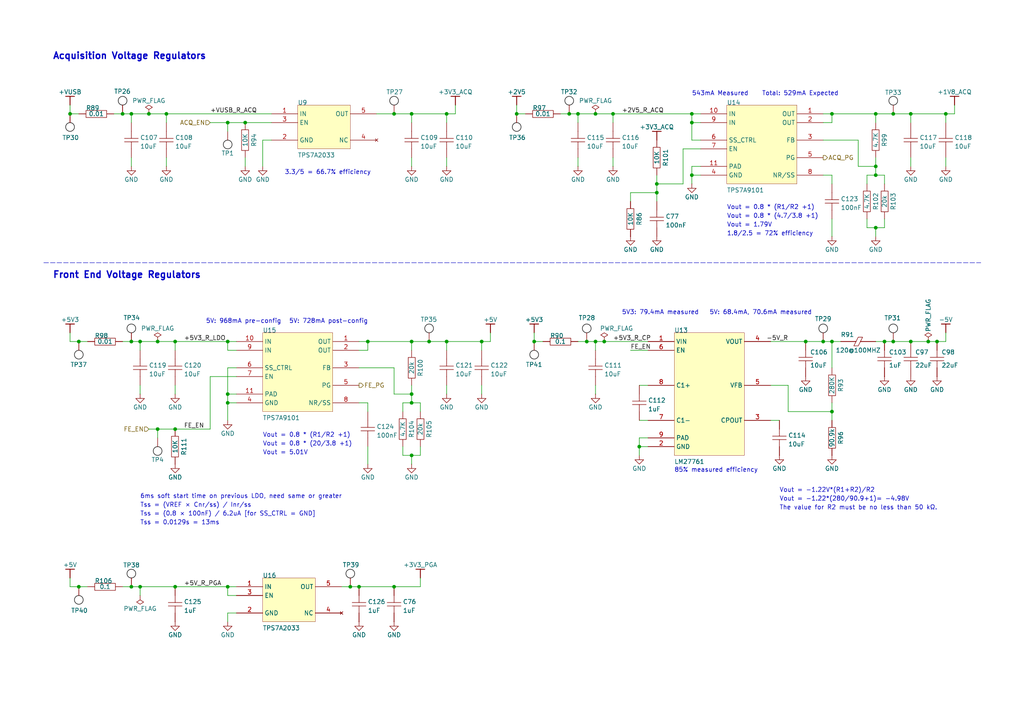
<source format=kicad_sch>
(kicad_sch (version 20250114) (generator "eeschema") (generator_version "9.0")
  (paper "A4")
  (title_block (title "ThunderScope") (rev "5.3") (company "EEVengers") (comment 1 "Aleksa Bjelogrlic"))
  (text "Vout = 0.8 * (20/3.8 +1)" (at 76.2 129.54 0) (effects (font (size 1.27 1.27)) (justify left bottom)))
  (text "" (at 96.52 162.56 0) (effects (font (size 1.27 1.27)) (justify left bottom)))
  (text "Tss = 0.0129s = 13ms" (at 40.64 152.4 0) (effects (font (size 1.27 1.27)) (justify left bottom)))
  (text "5V: 728mA post-config" (at 83.82 93.98 0) (effects (font (size 1.27 1.27) (thickness 0.1588)) (justify left bottom)))
  (text "3.3/5 = 66.7% efficiency" (at 82.55 50.8 0) (effects (font (size 1.27 1.27) (thickness 0.1588)) (justify left bottom)))
  (text "5V: 968mA pre-config" (at 59.69 93.98 0) (effects (font (size 1.27 1.27) (thickness 0.1588)) (justify left bottom)))
  (text "Vout = 0.8 * (R1/R2 +1)" (at 210.82 60.96 0) (effects (font (size 1.27 1.27) (thickness 0.1588)) (justify left bottom)))
  (text "Tss = (0.8 × 100nF) / 6.2uA [for SS_CTRL = GND]" (at 40.64 149.86 0) (effects (font (size 1.27 1.27)) (justify left bottom)))
  (text "Vout = -1.22V*(R1+R2)/R2" (at 226.06 142.24 0) (effects (font (size 1.27 1.27)) (justify left)))
  (text "Vout = 0.8 * (4.7/3.8 +1)" (at 210.82 63.5 0) (effects (font (size 1.27 1.27) (thickness 0.1588)) (justify left bottom)))
  (text "5V: 68.4mA, 70.6mA measured" (at 205.74 91.44 0) (effects (font (size 1.27 1.27) (thickness 0.1588)) (justify left bottom)))
  (text "6ms soft start time on previous LDO, need same or greater" (at 40.64 144.78 0) (effects (font (size 1.27 1.27)) (justify left bottom)))
  (text "Vout = 0.8 * (R1/R2 +1)" (at 76.2 127 0) (effects (font (size 1.27 1.27)) (justify left bottom)))
  (text "85% measured efficiency" (at 195.58 137.16 0) (effects (font (size 1.27 1.27) (thickness 0.1588)) (justify left bottom)))
  (text "Vout = 5.01V" (at 76.2 132.08 0) (effects (font (size 1.27 1.27)) (justify left bottom)))
  (text "1.8/2.5 = 72% efficiency" (at 210.82 68.58 0) (effects (font (size 1.27 1.27) (thickness 0.1588)) (justify left bottom)))
  (text "Vout = 1.79V" (at 210.82 66.04 0) (effects (font (size 1.27 1.27) (thickness 0.1588)) (justify left bottom)))
  (text "Front End Voltage Regulators" (at 15.24 78.74 0) (effects (font (size 1.905 1.905) (thickness 0.381) (bold yes)) (justify left top)))
  (text "5V3: 79.4mA measured" (at 180.34 91.44 0) (effects (font (size 1.27 1.27) (thickness 0.1588)) (justify left bottom)))
  (text "Total: 529mA Expected" (at 220.98 27.94 0) (effects (font (size 1.27 1.27) (thickness 0.1588)) (justify left bottom)))
  (text "543mA Measured" (at 200.66 27.94 0) (effects (font (size 1.27 1.27) (thickness 0.1588)) (justify left bottom)))
  (text "Acquisition Voltage Regulators" (at 15.24 15.24 0) (effects (font (size 1.905 1.905) (thickness 0.381) (bold yes)) (justify left top)))
  (text "Vout = -1.22*(280/90.9+1)= -4.98V" (at 226.06 144.78 0) (effects (font (size 1.27 1.27) (thickness 0.1588)) (justify left)))
  (text "Tss = (VREF × Cnr/ss) / Inr/ss" (at 40.64 147.32 0) (effects (font (size 1.27 1.27)) (justify left bottom)))
  (text "The value for R2 must be no less than 50 kΩ." (at 226.06 147.32 0) (effects (font (size 1.27 1.27)) (justify left)))
  (junction (at 66.04 170.18))
  (junction (at 241.3 99.06))
  (junction (at 264.16 33.02))
  (junction (at 50.8 124.46))
  (junction (at 154.94 99.06))
  (junction (at 241.3 33.02))
  (junction (at 114.3 33.02))
  (junction (at 43.18 33.02))
  (junction (at 66.04 35.56))
  (junction (at 119.38 132.08))
  (junction (at 200.66 33.02))
  (junction (at 45.72 124.46))
  (junction (at 22.86 99.06))
  (junction (at 40.64 170.18))
  (junction (at 200.66 50.8))
  (junction (at 35.56 33.02))
  (junction (at 119.38 99.06))
  (junction (at 190.5 55.88))
  (junction (at 165.1 33.02))
  (junction (at 124.46 99.06))
  (junction (at 66.04 116.84))
  (junction (at 185.42 129.54))
  (junction (at 66.04 114.3))
  (junction (at 119.38 116.84))
  (junction (at 241.3 119.38))
  (junction (at 119.38 114.3))
  (junction (at 233.68 99.06))
  (junction (at 129.54 33.02))
  (junction (at 50.8 99.06))
  (junction (at 269.24 99.06))
  (junction (at 170.18 99.06))
  (junction (at 254 48.26))
  (junction (at 254 50.8))
  (junction (at 200.66 35.56))
  (junction (at 256.54 99.06))
  (junction (at 139.7 99.06))
  (junction (at 104.14 170.18))
  (junction (at 48.26 33.02))
  (junction (at 172.72 33.02))
  (junction (at 190.5 53.34))
  (junction (at 149.86 33.02))
  (junction (at 66.04 99.06))
  (junction (at 22.86 170.18))
  (junction (at 238.76 99.06))
  (junction (at 271.78 99.06))
  (junction (at 259.08 33.02))
  (junction (at 175.26 99.06))
  (junction (at 177.8 33.02))
  (junction (at 38.1 33.02))
  (junction (at 129.54 99.06))
  (junction (at 254 33.02))
  (junction (at 259.08 99.06))
  (junction (at 119.38 33.02))
  (junction (at 106.68 99.06))
  (junction (at 172.72 99.06))
  (junction (at 20.32 33.02))
  (junction (at 101.6 170.18))
  (junction (at 264.16 99.06))
  (junction (at 40.64 99.06))
  (junction (at 167.64 33.02))
  (junction (at 45.72 99.06))
  (junction (at 50.8 170.18))
  (junction (at 38.1 99.06))
  (junction (at 71.12 35.56))
  (junction (at 254 66.04))
  (junction (at 114.3 170.18))
  (junction (at 38.1 170.18))
  (junction (at 274.32 33.02))
  (wire (pts (xy 71.12 45.72) (xy 71.12 48.26)))
  (wire (pts (xy 167.64 33.02) (xy 172.72 33.02)))
  (wire (pts (xy 119.38 134.62) (xy 119.38 132.08)))
  (wire (pts (xy 177.8 48.26) (xy 177.8 45.72)))
  (wire (pts (xy 119.38 116.84) (xy 121.92 116.84)))
  (wire (pts (xy 254 66.04) (xy 256.54 66.04)))
  (wire (pts (xy 22.86 99.06) (xy 25.4 99.06)))
  (wire (pts (xy 182.88 58.42) (xy 182.88 55.88)))
  (wire (pts (xy 45.72 124.46) (xy 50.8 124.46)))
  (wire (pts (xy 60.96 124.46) (xy 60.96 109.22)))
  (wire (pts (xy 106.68 99.06) (xy 119.38 99.06)))
  (wire (pts (xy 106.68 134.62) (xy 106.68 129.54)))
  (wire (pts (xy 241.3 50.8) (xy 241.3 53.34)))
  (wire (pts (xy 228.6 111.76) (xy 223.52 111.76)))
  (wire (pts (xy 20.32 33.02) (xy 22.86 33.02)))
  (wire (pts (xy 254 48.26) (xy 254 50.8)))
  (wire (pts (xy 66.04 35.56) (xy 71.12 35.56)))
  (wire (pts (xy 187.96 129.54) (xy 185.42 129.54)))
  (wire (pts (xy 132.08 33.02) (xy 132.08 30.48)))
  (wire (pts (xy 40.64 172.72) (xy 40.64 170.18)))
  (wire (pts (xy 66.04 170.18) (xy 68.58 170.18)))
  (wire (pts (xy 172.72 101.6) (xy 172.72 99.06)))
  (wire (pts (xy 116.84 132.08) (xy 119.38 132.08)))
  (wire (pts (xy 172.72 99.06) (xy 175.26 99.06)))
  (wire (pts (xy 154.94 99.06) (xy 157.48 99.06)))
  (wire (pts (xy 241.3 68.58) (xy 241.3 63.5)))
  (wire (pts (xy 223.52 121.92) (xy 226.06 121.92)))
  (wire (pts (xy 40.64 114.3) (xy 40.64 111.76)))
  (wire (pts (xy 264.16 99.06) (xy 269.24 99.06)))
  (wire (pts (xy 68.58 116.84) (xy 66.04 116.84)))
  (wire (pts (xy 254 33.02) (xy 259.08 33.02)))
  (wire (pts (xy 20.32 96.52) (xy 20.32 99.06)))
  (wire (pts (xy 149.86 30.48) (xy 149.86 33.02)))
  (wire (pts (xy 259.08 99.06) (xy 264.16 99.06)))
  (wire (pts (xy 119.38 132.08) (xy 121.92 132.08)))
  (wire (pts (xy 200.66 50.8) (xy 200.66 53.34)))
  (wire (pts (xy 43.18 33.02) (xy 48.26 33.02)))
  (wire (pts (xy 106.68 101.6) (xy 106.68 99.06)))
  (wire (pts (xy 172.72 114.3) (xy 172.72 111.76)))
  (wire (pts (xy 119.38 99.06) (xy 124.46 99.06)))
  (wire (pts (xy 238.76 40.64) (xy 248.92 40.64)))
  (wire (pts (xy 35.56 99.06) (xy 38.1 99.06)))
  (wire (pts (xy 154.94 96.52) (xy 154.94 99.06)))
  (wire (pts (xy 223.52 99.06) (xy 233.68 99.06)))
  (wire (pts (xy 60.96 109.22) (xy 68.58 109.22)))
  (polyline (pts (xy 12.7 76.2) (xy 284.48 76.2)) (stroke (width 0.127) (type dash)))
  (wire (pts (xy 66.04 177.8) (xy 66.04 180.34)))
  (wire (pts (xy 66.04 172.72) (xy 66.04 170.18)))
  (wire (pts (xy 238.76 50.8) (xy 241.3 50.8)))
  (wire (pts (xy 254 45.72) (xy 254 48.26)))
  (wire (pts (xy 203.2 43.18) (xy 198.12 43.18)))
  (wire (pts (xy 20.32 99.06) (xy 22.86 99.06)))
  (wire (pts (xy 106.68 119.38) (xy 106.68 116.84)))
  (wire (pts (xy 264.16 33.02) (xy 264.16 35.56)))
  (wire (pts (xy 241.3 99.06) (xy 241.3 106.68)))
  (wire (pts (xy 254 68.58) (xy 254 66.04)))
  (wire (pts (xy 40.64 99.06) (xy 45.72 99.06)))
  (wire (pts (xy 129.54 48.26) (xy 129.54 45.72)))
  (wire (pts (xy 251.46 63.5) (xy 251.46 66.04)))
  (wire (pts (xy 119.38 33.02) (xy 119.38 35.56)))
  (wire (pts (xy 66.04 116.84) (xy 66.04 121.92)))
  (wire (pts (xy 68.58 106.68) (xy 66.04 106.68)))
  (wire (pts (xy 114.3 33.02) (xy 119.38 33.02)))
  (wire (pts (xy 182.88 55.88) (xy 190.5 55.88)))
  (wire (pts (xy 190.5 55.88) (xy 190.5 58.42)))
  (wire (pts (xy 254 35.56) (xy 254 33.02)))
  (wire (pts (xy 241.3 119.38) (xy 241.3 116.84)))
  (wire (pts (xy 43.18 124.46) (xy 45.72 124.46)))
  (wire (pts (xy 238.76 35.56) (xy 241.3 35.56)))
  (wire (pts (xy 38.1 33.02) (xy 43.18 33.02)))
  (wire (pts (xy 106.68 116.84) (xy 104.14 116.84)))
  (wire (pts (xy 256.54 66.04) (xy 256.54 63.5)))
  (wire (pts (xy 185.42 132.08) (xy 185.42 129.54)))
  (wire (pts (xy 124.46 99.06) (xy 129.54 99.06)))
  (wire (pts (xy 68.58 172.72) (xy 66.04 172.72)))
  (wire (pts (xy 167.64 48.26) (xy 167.64 45.72)))
  (wire (pts (xy 167.64 35.56) (xy 167.64 33.02)))
  (wire (pts (xy 198.12 43.18) (xy 198.12 53.34)))
  (wire (pts (xy 114.3 114.3) (xy 119.38 114.3)))
  (wire (pts (xy 119.38 114.3) (xy 119.38 116.84)))
  (wire (pts (xy 254 50.8) (xy 256.54 50.8)))
  (wire (pts (xy 48.26 33.02) (xy 78.74 33.02)))
  (wire (pts (xy 254 50.8) (xy 251.46 50.8)))
  (wire (pts (xy 203.2 40.64) (xy 200.66 40.64)))
  (wire (pts (xy 251.46 50.8) (xy 251.46 53.34)))
  (wire (pts (xy 175.26 99.06) (xy 187.96 99.06)))
  (wire (pts (xy 66.04 99.06) (xy 68.58 99.06)))
  (wire (pts (xy 68.58 101.6) (xy 66.04 101.6)))
  (wire (pts (xy 20.32 170.18) (xy 22.86 170.18)))
  (wire (pts (xy 200.66 33.02) (xy 203.2 33.02)))
  (wire (pts (xy 35.56 170.18) (xy 38.1 170.18)))
  (wire (pts (xy 119.38 116.84) (xy 116.84 116.84)))
  (wire (pts (xy 104.14 106.68) (xy 114.3 106.68)))
  (wire (pts (xy 78.74 40.64) (xy 76.2 40.64)))
  (wire (pts (xy 203.2 50.8) (xy 200.66 50.8)))
  (wire (pts (xy 109.22 33.02) (xy 114.3 33.02)))
  (wire (pts (xy 274.32 48.26) (xy 274.32 45.72)))
  (wire (pts (xy 241.3 119.38) (xy 228.6 119.38)))
  (wire (pts (xy 121.92 170.18) (xy 121.92 167.64)))
  (wire (pts (xy 139.7 99.06) (xy 139.7 101.6)))
  (wire (pts (xy 104.14 101.6) (xy 106.68 101.6)))
  (wire (pts (xy 142.24 99.06) (xy 142.24 96.52)))
  (wire (pts (xy 139.7 99.06) (xy 142.24 99.06)))
  (wire (pts (xy 66.04 101.6) (xy 66.04 99.06)))
  (wire (pts (xy 190.5 50.8) (xy 190.5 53.34)))
  (wire (pts (xy 185.42 129.54) (xy 185.42 127)))
  (wire (pts (xy 48.26 33.02) (xy 48.26 35.56)))
  (wire (pts (xy 274.32 99.06) (xy 274.32 96.52)))
  (wire (pts (xy 182.88 101.6) (xy 187.96 101.6)))
  (wire (pts (xy 45.72 99.06) (xy 50.8 99.06)))
  (wire (pts (xy 200.66 35.56) (xy 200.66 33.02)))
  (wire (pts (xy 104.14 99.06) (xy 106.68 99.06)))
  (wire (pts (xy 33.02 33.02) (xy 35.56 33.02)))
  (wire (pts (xy 119.38 101.6) (xy 119.38 99.06)))
  (wire (pts (xy 129.54 33.02) (xy 132.08 33.02)))
  (wire (pts (xy 20.32 30.48) (xy 20.32 33.02)))
  (wire (pts (xy 172.72 99.06) (xy 170.18 99.06)))
  (wire (pts (xy 256.54 50.8) (xy 256.54 53.34)))
  (wire (pts (xy 241.3 35.56) (xy 241.3 33.02)))
  (wire (pts (xy 40.64 170.18) (xy 50.8 170.18)))
  (wire (pts (xy 116.84 129.54) (xy 116.84 132.08)))
  (wire (pts (xy 38.1 99.06) (xy 40.64 99.06)))
  (wire (pts (xy 228.6 119.38) (xy 228.6 111.76)))
  (wire (pts (xy 129.54 99.06) (xy 129.54 101.6)))
  (wire (pts (xy 190.5 53.34) (xy 198.12 53.34)))
  (wire (pts (xy 271.78 99.06) (xy 274.32 99.06)))
  (wire (pts (xy 50.8 101.6) (xy 50.8 99.06)))
  (wire (pts (xy 254 99.06) (xy 256.54 99.06)))
  (wire (pts (xy 248.92 48.26) (xy 254 48.26)))
  (wire (pts (xy 114.3 170.18) (xy 121.92 170.18)))
  (wire (pts (xy 238.76 99.06) (xy 241.3 99.06)))
  (wire (pts (xy 50.8 170.18) (xy 66.04 170.18)))
  (wire (pts (xy 203.2 35.56) (xy 200.66 35.56)))
  (wire (pts (xy 248.92 40.64) (xy 248.92 48.26)))
  (wire (pts (xy 38.1 170.18) (xy 40.64 170.18)))
  (wire (pts (xy 187.96 111.76) (xy 185.42 111.76)))
  (wire (pts (xy 129.54 114.3) (xy 129.54 111.76)))
  (wire (pts (xy 129.54 99.06) (xy 139.7 99.06)))
  (wire (pts (xy 116.84 116.84) (xy 116.84 119.38)))
  (wire (pts (xy 170.18 99.06) (xy 167.64 99.06)))
  (wire (pts (xy 185.42 127) (xy 187.96 127)))
  (wire (pts (xy 76.2 40.64) (xy 76.2 48.26)))
  (wire (pts (xy 119.38 33.02) (xy 129.54 33.02)))
  (wire (pts (xy 200.66 40.64) (xy 200.66 35.56)))
  (wire (pts (xy 203.2 48.26) (xy 200.66 48.26)))
  (wire (pts (xy 114.3 106.68) (xy 114.3 114.3)))
  (wire (pts (xy 264.16 33.02) (xy 274.32 33.02)))
  (wire (pts (xy 104.14 170.18) (xy 114.3 170.18)))
  (wire (pts (xy 274.32 33.02) (xy 276.86 33.02)))
  (wire (pts (xy 50.8 99.06) (xy 66.04 99.06)))
  (wire (pts (xy 71.12 35.56) (xy 78.74 35.56)))
  (wire (pts (xy 256.54 99.06) (xy 259.08 99.06)))
  (wire (pts (xy 269.24 99.06) (xy 271.78 99.06)))
  (wire (pts (xy 172.72 33.02) (xy 177.8 33.02)))
  (wire (pts (xy 233.68 99.06) (xy 238.76 99.06)))
  (wire (pts (xy 68.58 177.8) (xy 66.04 177.8)))
  (wire (pts (xy 68.58 114.3) (xy 66.04 114.3)))
  (wire (pts (xy 38.1 48.26) (xy 38.1 45.72)))
  (wire (pts (xy 177.8 33.02) (xy 177.8 35.56)))
  (wire (pts (xy 162.56 33.02) (xy 165.1 33.02)))
  (wire (pts (xy 139.7 114.3) (xy 139.7 111.76)))
  (wire (pts (xy 121.92 116.84) (xy 121.92 119.38)))
  (wire (pts (xy 50.8 114.3) (xy 50.8 111.76)))
  (wire (pts (xy 119.38 114.3) (xy 119.38 111.76)))
  (wire (pts (xy 40.64 101.6) (xy 40.64 99.06)))
  (wire (pts (xy 251.46 66.04) (xy 254 66.04)))
  (wire (pts (xy 101.6 170.18) (xy 99.06 170.18)))
  (wire (pts (xy 149.86 33.02) (xy 152.4 33.02)))
  (wire (pts (xy 35.56 33.02) (xy 38.1 33.02)))
  (wire (pts (xy 165.1 33.02) (xy 167.64 33.02)))
  (wire (pts (xy 190.5 53.34) (xy 190.5 55.88)))
  (wire (pts (xy 45.72 124.46) (xy 45.72 127)))
  (wire (pts (xy 177.8 33.02) (xy 200.66 33.02)))
  (wire (pts (xy 276.86 33.02) (xy 276.86 30.48)))
  (wire (pts (xy 241.3 121.92) (xy 241.3 119.38)))
  (wire (pts (xy 22.86 170.18) (xy 25.4 170.18)))
  (wire (pts (xy 119.38 48.26) (xy 119.38 45.72)))
  (wire (pts (xy 50.8 124.46) (xy 60.96 124.46)))
  (wire (pts (xy 259.08 33.02) (xy 264.16 33.02)))
  (wire (pts (xy 238.76 33.02) (xy 241.3 33.02)))
  (wire (pts (xy 66.04 106.68) (xy 66.04 114.3)))
  (wire (pts (xy 48.26 48.26) (xy 48.26 45.72)))
  (wire (pts (xy 200.66 48.26) (xy 200.66 50.8)))
  (wire (pts (xy 60.96 35.56) (xy 66.04 35.56)))
  (wire (pts (xy 66.04 114.3) (xy 66.04 116.84)))
  (wire (pts (xy 241.3 99.06) (xy 243.84 99.06)))
  (wire (pts (xy 274.32 33.02) (xy 274.32 35.56)))
  (wire (pts (xy 129.54 33.02) (xy 129.54 35.56)))
  (wire (pts (xy 66.04 38.1) (xy 66.04 35.56)))
  (wire (pts (xy 121.92 132.08) (xy 121.92 129.54)))
  (wire (pts (xy 264.16 48.26) (xy 264.16 45.72)))
  (wire (pts (xy 20.32 167.64) (xy 20.32 170.18)))
  (wire (pts (xy 104.14 170.18) (xy 101.6 170.18)))
  (wire (pts (xy 241.3 33.02) (xy 254 33.02)))
  (wire (pts (xy 187.96 121.92) (xy 185.42 121.92)))
  (wire (pts (xy 38.1 35.56) (xy 38.1 33.02)))
  (label "+5V_R_PGA" (at 53.34 170.18 0))
  (label "+VUSB_R_ACQ" (at 60.96 33.02 0))
  (label "+5V3_R_CP" (at 177.8 99.06 0))
  (label "+2V5_R_ACQ" (at 180.34 33.02 0))
  (label "FE_EN" (at 182.88 101.6 0))
  (label "FE_EN" (at 53.34 124.46 0))
  (label "-5V_R" (at 228.6 99.06 180))
  (label "+5V3_R_LDO" (at 53.34 99.06 0))
  (hierarchical_label "FE_PG" (shape output) (at 104.14 111.76 0))
  (hierarchical_label "FE_EN" (shape input) (at 43.18 124.46 180))
  (hierarchical_label "ACQ_PG" (shape output) (at 238.76 45.72 0))
  (hierarchical_label "ACQ_EN" (shape input) (at 60.96 35.56 180))
  (symbol (lib_id "Thunderscope_Rev5:CAP 10uF 25V X5R 0603") (at 50.8 106.68 0) (unit 1)
    (property "Reference" "C120" (at 53.34 106.68 0) (effects (justify left bottom)))
    (property "Value" "10uF" (at 53.34 109.22 0) (effects (justify left bottom)))
    (property "Footprint" "Thunderscope_Rev5:GEN_C_0603" (effects (hide yes)))
    (property "Description" "10 µF ±20% 25V Ceramic Capacitor X5R 0603 (1608 Metric)" (effects (hide yes)))
    (property "PACKAGE" "0402" (effects (hide yes)))
    (property "VOLTAGE RATING" "25V" (effects (hide yes)))
    (property "SUPPLIER 1" "Mouser" (effects (hide yes)))
    (property "SUPPLIER PART NUMBER 1" "81-GRM188R61E106MA3D" (effects (hide yes)))
    (property "MANUFACTURER" "Murata" (effects (hide yes)))
    (property "MANUFACTURER PART NUMBER" "GRM188R61E106MA73D" (effects (hide yes)))
    (property "Substitutions Policy" "Any Parametric Equivalent" (effects (hide yes)))
  )
  (symbol (lib_id "Thunderscope_Rev5:TP PCB 1mm") (at 124.46 99.06 90) (unit 1) (in_bom no)
    (property "Reference" "TP35" (at 126.8154 91.9384 90) (effects (justify left bottom)))
    (property "Value" "PCB" (effects (hide yes)))
    (property "Footprint" "Thunderscope_Rev5:GEN_TP_PCB" (effects (hide yes)))
  )
  (symbol (lib_id "Thunderscope_Rev5:-5V_BAR") (at 274.32 96.52 180) (unit 1)
    (property "Reference" "#PWR0534" (effects (hide yes)))
    (property "Value" "-5V" (at 274.32 92.71 0))
    (property "Description" "Power symbol creates a global label with name '-5V'" (effects (hide yes)))
  )
  (symbol (lib_id "Thunderscope_Rev5:+3V3_ACQ_BAR") (at 132.08 30.48 180) (unit 1)
    (property "Reference" "#PWR0275" (effects (hide yes)))
    (property "Value" "+3V3_ACQ" (at 132.08 26.67 0))
    (property "Description" "Power symbol creates a global label with name '+3V3_ACQ'" (effects (hide yes)))
  )
  (symbol (lib_id "Thunderscope_Rev5:+5V_BAR") (at 20.32 167.64 180) (unit 1)
    (property "Reference" "#PWR0535" (effects (hide yes)))
    (property "Value" "+5V" (at 20.32 163.83 0))
    (property "Description" "Power symbol creates a global label with name '+5V'" (effects (hide yes)))
  )
  (symbol (lib_id "Thunderscope_Rev5:RES 20K OHM 1% 1/16W 0402") (at 121.92 124.46 0) (unit 1)
    (property "Reference" "R105" (at 124.46 124.46 90))
    (property "Value" "20k" (at 121.92 124.46 90))
    (property "Footprint" "Thunderscope_Rev5:GEN_R_0402" (effects (hide yes)))
    (property "Description" "20 kOhms ±1% 0.063W, 1/16W Chip Resistor 0402 (1005 Metric) Moisture Resistant Thick Film" (effects (hide yes)))
    (property "TOLERANCE" "1%" (effects (hide yes)))
    (property "PACKAGE" "0402" (effects (hide yes)))
    (property "SUPPLIER 1" "Mouser" (effects (hide yes)))
    (property "SUPPLIER PART NUMBER 1" "603-RC0402FR-0720KL" (effects (hide yes)))
    (property "MANUFACTURER" "Yageo" (effects (hide yes)))
    (property "MANUFACTURER PART NUMBER" "RC0402FR-0720KL" (effects (hide yes)))
    (property "Substitutions Policy" "Any Parametric Equivalent" (effects (hide yes)))
  )
  (symbol (lib_id "Thunderscope_Rev5:RES 0.01 OHM 1% 1/4W 0603") (at 157.48 33.02 0) (unit 1)
    (property "Reference" "R97" (at 154.48 32.044 0) (effects (justify left bottom)))
    (property "Value" "0.01" (at 157.48 33.02 0))
    (property "Footprint" "Thunderscope_Rev5:GEN_R_0603" (effects (hide yes)))
    (property "Description" "10 mOhms ±1% 0.25W, 1/4W Chip Resistor 0603 (1608 Metric) Current Sense Thin Film" (effects (hide yes)))
    (property "TOLERANCE" "1%" (effects (hide yes)))
    (property "SUPPLIER 1" "Mouser" (effects (hide yes)))
    (property "SUPPLIER PART NUMBER 1" "754-RL0816T-R010-F" (effects (hide yes)))
    (property "PACKAGE" "0603" (effects (hide yes)))
    (property "HOUSE PART NUMBER" "R-0.01-0603-1%-001" (effects (hide yes)))
    (property "MANUFACTURER" "Susumu" (effects (hide yes)))
    (property "MANUFACTURER PART NUMBER" "RL0816T-R010-F" (effects (hide yes)))
    (property "Substitutions Policy" "Any Parametric Equivalent" (effects (hide yes)))
  )
  (symbol (lib_id "Thunderscope_Rev5:CAP 10uF 25V X5R 0603") (at 48.26 40.64 0) (unit 1)
    (property "Reference" "C108" (at 50.8 40.64 0) (effects (justify left bottom)))
    (property "Value" "10uF" (at 50.8 43.18 0) (effects (justify left bottom)))
    (property "Footprint" "Thunderscope_Rev5:GEN_C_0603" (effects (hide yes)))
    (property "Description" "10 µF ±20% 25V Ceramic Capacitor X5R 0603 (1608 Metric)" (effects (hide yes)))
    (property "PACKAGE" "0402" (effects (hide yes)))
    (property "VOLTAGE RATING" "25V" (effects (hide yes)))
    (property "SUPPLIER 1" "Mouser" (effects (hide yes)))
    (property "SUPPLIER PART NUMBER 1" "81-GRM188R61E106MA3D" (effects (hide yes)))
    (property "MANUFACTURER" "Murata" (effects (hide yes)))
    (property "MANUFACTURER PART NUMBER" "GRM188R61E106MA73D" (effects (hide yes)))
    (property "Substitutions Policy" "Any Parametric Equivalent" (effects (hide yes)))
  )
  (symbol (lib_id "Thunderscope_Rev5:IC LDO TPS7A9101") (at 86.36 106.68 0) (unit 1)
    (property "Reference" "U15" (at 76.2 96.52 0) (effects (justify left bottom)))
    (property "Value" "TPS7A9101" (at 76.2 121.92 0) (effects (justify left bottom)))
    (property "Footprint" "Thunderscope_Rev5:TI_WSON10_DSK0010A" (effects (hide yes)))
    (property "Description" "Linear Voltage Regulator IC Positive Adjustable 1 Output 1.05A 10-SON (2.5x2.5)" (effects (hide yes)))
    (property "SUPPLIER 1" "Texas Instruments" (effects (hide yes)))
    (property "SUPPLIER PART NUMBER 1" "TPS7A9101DSKR" (effects (hide yes)))
    (property "MANUFACTURER" "Texas Instruments" (effects (hide yes)))
    (property "MANUFACTURER PART NUMBER" "TPS7A9101DSKR" (effects (hide yes)))
    (property "PACKAGE" "10-DFN (2.5x2.5mm)" (effects (hide yes)))
    (property "Substitutions Policy" "No Substitutions" (effects (hide yes)))
  )
  (symbol (lib_id "Thunderscope_Rev5:GND") (at 104.14 180.34 0) (unit 1)
    (property "Reference" "#PWR0530" (effects (hide yes)))
    (property "Value" "GND" (at 104.14 184.15 0))
    (property "Description" "Power symbol creates a global label with name \"GND\" , ground" (effects (hide yes)))
  )
  (symbol (lib_id "Thunderscope_Rev5:GND") (at 264.16 48.26 0) (unit 1)
    (property "Reference" "#PWR0551" (effects (hide yes)))
    (property "Value" "GND" (at 264.16 52.07 0))
    (property "Description" "Power symbol creates a global label with name \"GND\" , ground" (effects (hide yes)))
  )
  (symbol (lib_id "Thunderscope_Rev5:TP PCB 1mm") (at 170.18 99.06 90) (unit 1) (in_bom no)
    (property "Reference" "TP28" (at 172.6611 91.4674 90) (effects (justify left bottom)))
    (property "Value" "PCB" (effects (hide yes)))
    (property "Footprint" "Thunderscope_Rev5:GEN_TP_PCB" (effects (hide yes)))
  )
  (symbol (lib_id "Thunderscope_Rev5:CAP 10uF 25V X5R 0603") (at 233.68 104.14 0) (unit 1)
    (property "Reference" "C106" (at 234.95 102.87 0) (effects (justify left bottom)))
    (property "Value" "10uF" (at 234.95 106.68 0) (effects (justify left bottom)))
    (property "Footprint" "Thunderscope_Rev5:GEN_C_0603" (effects (hide yes)))
    (property "Description" "10 µF ±20% 25V Ceramic Capacitor X5R 0603 (1608 Metric)" (effects (hide yes)))
    (property "PACKAGE" "0402" (effects (hide yes)))
    (property "VOLTAGE RATING" "25V" (effects (hide yes)))
    (property "SUPPLIER 1" "Mouser" (effects (hide yes)))
    (property "SUPPLIER PART NUMBER 1" "81-GRM188R61E106MA3D" (effects (hide yes)))
    (property "MANUFACTURER" "Murata" (effects (hide yes)))
    (property "MANUFACTURER PART NUMBER" "GRM188R61E106MA73D" (effects (hide yes)))
    (property "Substitutions Policy" "Any Parametric Equivalent" (effects (hide yes)))
  )
  (symbol (lib_id "Thunderscope_Rev5:IC LDO TPS7A2033") (at 93.98 38.1 0) (unit 1)
    (property "Reference" "U9" (at 86.36 30.48 0) (effects (justify left bottom)))
    (property "Value" "TPS7A2033" (at 86.36 45.72 0) (effects (justify left bottom)))
    (property "Footprint" "Thunderscope_Rev5:GEN_SOT23_5_950_2900X1600X1450" (effects (hide yes)))
    (property "Description" "Linear Voltage Regulator IC Positive Fixed 1 Output 300mA SOT-23-5" (effects (hide yes)))
    (property "MANUFACTURER" "Texas Instruments" (effects (hide yes)))
    (property "MANUFACTURER PART NUMBER" "TPS7A2033PDBVR" (effects (hide yes)))
    (property "SUPPLIER 1" "Texas Instruments" (effects (hide yes)))
    (property "SUPPLIER PART NUMBER 1" "TPS7A2033PDBVR" (effects (hide yes)))
    (property "PACKAGE" "SOT-23-5" (effects (hide yes)))
    (property "Substitutions Policy" "No Substitutions" (effects (hide yes)))
  )
  (symbol (lib_id "Thunderscope_Rev5:RES 90.9K OHM 1% 1/16W 0402") (at 241.3 127 270) (unit 1)
    (property "Reference" "R96" (at 243.84 127 0))
    (property "Value" "90.9k" (at 241.3 127 0))
    (property "Footprint" "Thunderscope_Rev5:GEN_R_0402" (effects (hide yes)))
    (property "Description" "90.9 kOhms ±1% 0.063W, 1/16W Chip Resistor 0402 (1005 Metric) Moisture Resistant Thick Film" (effects (hide yes)))
    (property "TOLERANCE" "1%" (effects (hide yes)))
    (property "PACKAGE" "0402" (effects (hide yes)))
    (property "SUPPLIER 1" "Mouser" (effects (hide yes)))
    (property "SUPPLIER PART NUMBER 1" "603-RC0402FR-0790K9L" (effects (hide yes)))
    (property "MANUFACTURER" "Yageo" (effects (hide yes)))
    (property "MANUFACTURER PART NUMBER" "RC0402FR-0790K9L" (effects (hide yes)))
    (property "Substitutions Policy" "Any Parametric Equivalent" (effects (hide yes)))
  )
  (symbol (lib_id "Thunderscope_Rev5:GND") (at 177.8 48.26 0) (unit 1)
    (property "Reference" "#PWR0543" (effects (hide yes)))
    (property "Value" "GND" (at 177.8 52.07 0))
    (property "Description" "Power symbol creates a global label with name \"GND\" , ground" (effects (hide yes)))
  )
  (symbol (lib_id "Thunderscope_Rev5:RES 10K OHM 1% 1/16W 0402") (at 190.5 45.72 90) (unit 1)
    (property "Reference" "R101" (at 193.04 45.72 0))
    (property "Value" "10K" (at 190.5 45.72 0))
    (property "Footprint" "Thunderscope_Rev5:GEN_R_0402" (effects (hide yes)))
    (property "Description" "10 kOhms ±1% 0.063W, 1/16W Chip Resistor 0402 (1005 Metric) Moisture Resistant Thick Film" (effects (hide yes)))
    (property "TOLERANCE" "1%" (effects (hide yes)))
    (property "PACKAGE" "0402" (effects (hide yes)))
    (property "SUPPLIER 1" "Mouser" (effects (hide yes)))
    (property "SUPPLIER PART NUMBER 1" "603-RC0402FR-0710KL" (effects (hide yes)))
    (property "MANUFACTURER" "Yageo" (effects (hide yes)))
    (property "MANUFACTURER PART NUMBER" "RC0402FR-0710KL" (effects (hide yes)))
    (property "Substitutions Policy" "Any Parametric Equivalent" (effects (hide yes)))
  )
  (symbol (lib_id "Thunderscope_Rev5:+2V5_BAR") (at 149.86 30.48 180) (unit 1)
    (property "Reference" "#PWR0546" (effects (hide yes)))
    (property "Value" "+2V5" (at 149.86 26.67 0))
    (property "Description" "Power symbol creates a global label with name '+2V5'" (effects (hide yes)))
  )
  (symbol (lib_id "Thunderscope_Rev5:CAP 1uF 25V X5R 0402") (at 114.3 175.26 0) (unit 1)
    (property "Reference" "C76" (at 116.84 175.26 0) (effects (justify left bottom)))
    (property "Value" "1uF" (at 116.84 177.8 0) (effects (justify left bottom)))
    (property "Footprint" "Thunderscope_Rev5:GEN_C_0402" (effects (hide yes)))
    (property "Description" "1 µF ±10% 25V Ceramic Capacitor X5R 0402 (1005 Metric)" (effects (hide yes)))
    (property "PACKAGE" "0402" (effects (hide yes)))
    (property "VOLTAGE RATING" "25V" (effects (hide yes)))
    (property "SUPPLIER 1" "Mouser" (effects (hide yes)))
    (property "SUPPLIER PART NUMBER 1" "81-GRM155R61E105KA2D" (effects (hide yes)))
    (property "MANUFACTURER" "Murata" (effects (hide yes)))
    (property "MANUFACTURER PART NUMBER" "GRM155R61E105KA12D" (effects (hide yes)))
    (property "Substitutions Policy" "Any Parametric Equivalent" (effects (hide yes)))
  )
  (symbol (lib_id "Thunderscope_Rev5:GND") (at 114.3 180.34 0) (unit 1)
    (property "Reference" "#PWR0276" (effects (hide yes)))
    (property "Value" "GND" (at 114.3 184.15 0))
    (property "Description" "Power symbol creates a global label with name \"GND\" , ground" (effects (hide yes)))
  )
  (symbol (lib_id "Thunderscope_Rev5:RES 0.01 OHM 1% 1/4W 0603") (at 30.48 99.06 0) (unit 1)
    (property "Reference" "R98" (at 27.48 98.084 0) (effects (justify left bottom)))
    (property "Value" "0.01" (at 30.48 99.06 0))
    (property "Footprint" "Thunderscope_Rev5:GEN_R_0603" (effects (hide yes)))
    (property "Description" "10 mOhms ±1% 0.25W, 1/4W Chip Resistor 0603 (1608 Metric) Current Sense Thin Film" (effects (hide yes)))
    (property "TOLERANCE" "1%" (effects (hide yes)))
    (property "SUPPLIER 1" "Mouser" (effects (hide yes)))
    (property "SUPPLIER PART NUMBER 1" "754-RL0816T-R010-F" (effects (hide yes)))
    (property "PACKAGE" "0603" (effects (hide yes)))
    (property "HOUSE PART NUMBER" "R-0.01-0603-1%-001" (effects (hide yes)))
    (property "MANUFACTURER" "Susumu" (effects (hide yes)))
    (property "MANUFACTURER PART NUMBER" "RL0816T-R010-F" (effects (hide yes)))
    (property "Substitutions Policy" "Any Parametric Equivalent" (effects (hide yes)))
  )
  (symbol (lib_id "Thunderscope_Rev5:TP PCB 1mm") (at 38.1 170.18 90) (unit 1) (in_bom no)
    (property "Reference" "TP38" (at 40.5752 163.1822 90) (effects (justify left bottom)))
    (property "Value" "PCB" (effects (hide yes)))
    (property "Footprint" "Thunderscope_Rev5:GEN_TP_PCB" (effects (hide yes)))
  )
  (symbol (lib_id "Thunderscope_Rev5:RES 0.1 OHM 1% 1/6W 0402") (at 162.56 99.06 0) (unit 1)
    (property "Reference" "R90" (at 159.56 98.084 0) (effects (justify left bottom)))
    (property "Value" "0.1" (at 162.56 99.06 0))
    (property "Footprint" "Thunderscope_Rev5:GEN_R_0402" (effects (hide yes)))
    (property "Description" "100 mOhms ±1% 0.167W, 1/6W Chip Resistor 0402 (1005 Metric) Automotive AEC-Q200, Current Sense Thick Film" (effects (hide yes)))
    (property "TOLERANCE" "1%" (effects (hide yes)))
    (property "PACKAGE" "0402" (effects (hide yes)))
    (property "SUPPLIER 1" "Mouser" (effects (hide yes)))
    (property "SUPPLIER PART NUMBER 1" "667-ERJ-2BSFR10X" (effects (hide yes)))
    (property "MANUFACTURER" "Panasonic" (effects (hide yes)))
    (property "MANUFACTURER PART NUMBER" "ERJ-2BSFR10X" (effects (hide yes)))
    (property "Substitutions Policy" "Any Parametric Equivalent" (effects (hide yes)))
  )
  (symbol (lib_id "Thunderscope_Rev5:CAP 100nF 16V X7R 0402") (at 106.68 124.46 0) (unit 1)
    (property "Reference" "C124" (at 109.22 124.46 0) (effects (justify left bottom)))
    (property "Value" "100nF" (at 109.22 127 0) (effects (justify left bottom)))
    (property "Footprint" "Thunderscope_Rev5:GEN_C_0402" (effects (hide yes)))
    (property "Description" "0.1 µF ±10% 16V Ceramic Capacitor X7R 0402 (1005 Metric)" (effects (hide yes)))
    (property "PACKAGE" "0402" (effects (hide yes)))
    (property "VOLTAGE RATING" "16V" (effects (hide yes)))
    (property "SUPPLIER 1" "Mouser" (effects (hide yes)))
    (property "SUPPLIER PART NUMBER 1" "81-GCM155R71C104KA5D" (effects (hide yes)))
    (property "MANUFACTURER" "Murata" (effects (hide yes)))
    (property "HOUSE PART NUMBER" "C-100nF-0402-002" (effects (hide yes)))
    (property "MANUFACTURER PART NUMBER" "GCM155R71C104KA55D" (effects (hide yes)))
    (property "Substitutions Policy" "Any Parametric Equivalent" (effects (hide yes)))
  )
  (symbol (lib_id "Thunderscope_Rev5:CAP 1uF 25V X5R 0402") (at 50.8 175.26 0) (unit 1)
    (property "Reference" "C125" (at 53.34 175.26 0) (effects (justify left bottom)))
    (property "Value" "1uF" (at 53.34 177.8 0) (effects (justify left bottom)))
    (property "Footprint" "Thunderscope_Rev5:GEN_C_0402" (effects (hide yes)))
    (property "Description" "1 µF ±10% 25V Ceramic Capacitor X5R 0402 (1005 Metric)" (effects (hide yes)))
    (property "PACKAGE" "0402" (effects (hide yes)))
    (property "VOLTAGE RATING" "25V" (effects (hide yes)))
    (property "SUPPLIER 1" "Mouser" (effects (hide yes)))
    (property "SUPPLIER PART NUMBER 1" "81-GRM155R61E105KA2D" (effects (hide yes)))
    (property "MANUFACTURER" "Murata" (effects (hide yes)))
    (property "MANUFACTURER PART NUMBER" "GRM155R61E105KA12D" (effects (hide yes)))
    (property "Substitutions Policy" "Any Parametric Equivalent" (effects (hide yes)))
  )
  (symbol (lib_id "power:PWR_FLAG") (at 45.72 99.06 0) (unit 1)
    (property "Reference" "#FLG024" (effects (hide yes)))
    (property "Value" "PWR_FLAG" (at 45.72 95.25 0))
    (property "Description" "Special symbol for telling ERC where power comes from" (effects (hide yes)))
  )
  (symbol (lib_id "Thunderscope_Rev5:RES 4.7K OHM 1% 1/16W 0402") (at 251.46 58.42 90) (unit 1)
    (property "Reference" "R102" (at 254 58.42 0))
    (property "Value" "4.7K" (at 251.46 58.42 0))
    (property "Footprint" "Thunderscope_Rev5:GEN_R_0402" (effects (hide yes)))
    (property "Description" "4.7 kOhms ±1% 0.063W, 1/16W Chip Resistor 0402 (1005 Metric) Moisture Resistant Thick Film" (effects (hide yes)))
    (property "TOLERANCE" "1%" (effects (hide yes)))
    (property "PACKAGE" "0402" (effects (hide yes)))
    (property "SUPPLIER 1" "Mouser" (effects (hide yes)))
    (property "SUPPLIER PART NUMBER 1" "603-RC0402FR-074K7L" (effects (hide yes)))
    (property "MANUFACTURER" "Yageo" (effects (hide yes)))
    (property "MANUFACTURER PART NUMBER" "RC0402FR-074K7L" (effects (hide yes)))
    (property "Substitutions Policy" "Any Parametric Equivalent" (effects (hide yes)))
  )
  (symbol (lib_id "Thunderscope_Rev5:GND") (at 182.88 68.58 0) (unit 1)
    (property "Reference" "#PWR01001" (effects (hide yes)))
    (property "Value" "GND" (at 182.88 72.39 0))
    (property "Description" "Power symbol creates a global label with name \"GND\" , ground" (effects (hide yes)))
  )
  (symbol (lib_id "Thunderscope_Rev5:GND") (at 274.32 48.26 0) (unit 1)
    (property "Reference" "#PWR0549" (effects (hide yes)))
    (property "Value" "GND" (at 274.32 52.07 0))
    (property "Description" "Power symbol creates a global label with name \"GND\" , ground" (effects (hide yes)))
  )
  (symbol (lib_id "Thunderscope_Rev5:GND") (at 66.04 180.34 0) (unit 1)
    (property "Reference" "#PWR0532" (effects (hide yes)))
    (property "Value" "GND" (at 66.04 184.15 0))
    (property "Description" "Power symbol creates a global label with name \"GND\" , ground" (effects (hide yes)))
  )
  (symbol (lib_id "Thunderscope_Rev5:CAP 1uF 25V X5R 0402") (at 104.14 175.26 0) (unit 1)
    (property "Reference" "C126" (at 106.68 175.26 0) (effects (justify left bottom)))
    (property "Value" "1uF" (at 106.68 177.8 0) (effects (justify left bottom)))
    (property "Footprint" "Thunderscope_Rev5:GEN_C_0402" (effects (hide yes)))
    (property "Description" "1 µF ±10% 25V Ceramic Capacitor X5R 0402 (1005 Metric)" (effects (hide yes)))
    (property "PACKAGE" "0402" (effects (hide yes)))
    (property "VOLTAGE RATING" "25V" (effects (hide yes)))
    (property "SUPPLIER 1" "Mouser" (effects (hide yes)))
    (property "SUPPLIER PART NUMBER 1" "81-GRM155R61E105KA2D" (effects (hide yes)))
    (property "MANUFACTURER" "Murata" (effects (hide yes)))
    (property "MANUFACTURER PART NUMBER" "GRM155R61E105KA12D" (effects (hide yes)))
    (property "Substitutions Policy" "Any Parametric Equivalent" (effects (hide yes)))
  )
  (symbol (lib_id "Thunderscope_Rev5:TP PCB 1mm") (at 38.1 99.06 90) (unit 1) (in_bom no)
    (property "Reference" "TP34" (at 40.64 91.44 90) (effects (justify left bottom)))
    (property "Value" "PCB" (effects (hide yes)))
    (property "Footprint" "Thunderscope_Rev5:GEN_TP_PCB" (effects (hide yes)))
  )
  (symbol (lib_id "Thunderscope_Rev5:TP PCB 1mm") (at 154.94 99.06 270) (unit 1) (in_bom no)
    (property "Reference" "TP41" (at 152.4705 106.4817 90) (effects (justify left bottom)))
    (property "Value" "PCB" (effects (hide yes)))
    (property "Footprint" "Thunderscope_Rev5:GEN_TP_PCB" (effects (hide yes)))
  )
  (symbol (lib_id "Thunderscope_Rev5:TP PCB 1mm") (at 238.76 99.06 90) (unit 1) (in_bom no)
    (property "Reference" "TP29" (at 241.1901 91.7618 90) (effects (justify left bottom)))
    (property "Value" "PCB" (effects (hide yes)))
    (property "Footprint" "Thunderscope_Rev5:GEN_TP_PCB" (effects (hide yes)))
  )
  (symbol (lib_id "Thunderscope_Rev5:+VUSB") (at 20.32 30.48 180) (unit 1)
    (property "Reference" "#PWR0269" (effects (hide yes)))
    (property "Value" "+VUSB" (at 20.32 26.67 0))
    (property "Description" "Power symbol creates a global label with name '+VUSB'" (effects (hide yes)))
  )
  (symbol (lib_id "Thunderscope_Rev5:TP PCB 1mm") (at 66.04 38.1 270) (unit 1) (in_bom no)
    (property "Reference" "TP1" (at 66.04 44.45 90))
    (property "Value" "PCB" (effects (hide yes)))
    (property "Footprint" "Thunderscope_Rev5:GEN_TP_PCB" (effects (hide yes)))
  )
  (symbol (lib_id "Thunderscope_Rev5:GND") (at 119.38 134.62 0) (unit 1)
    (property "Reference" "#PWR0528" (effects (hide yes)))
    (property "Value" "GND" (at 119.38 138.43 0))
    (property "Description" "Power symbol creates a global label with name \"GND\" , ground" (effects (hide yes)))
  )
  (symbol (lib_id "Thunderscope_Rev5:TP PCB 1mm") (at 22.86 170.18 270) (unit 1) (in_bom no)
    (property "Reference" "TP40" (at 20.5948 177.8039 90) (effects (justify left bottom)))
    (property "Value" "PCB" (effects (hide yes)))
    (property "Footprint" "Thunderscope_Rev5:GEN_TP_PCB" (effects (hide yes)))
  )
  (symbol (lib_id "Thunderscope_Rev5:CAP 10uF 25V X5R 0603") (at 129.54 40.64 0) (unit 1)
    (property "Reference" "C110" (at 132.08 40.64 0) (effects (justify left bottom)))
    (property "Value" "10uF" (at 132.08 43.18 0) (effects (justify left bottom)))
    (property "Footprint" "Thunderscope_Rev5:GEN_C_0603" (effects (hide yes)))
    (property "Description" "10 µF ±20% 25V Ceramic Capacitor X5R 0603 (1608 Metric)" (effects (hide yes)))
    (property "PACKAGE" "0402" (effects (hide yes)))
    (property "VOLTAGE RATING" "25V" (effects (hide yes)))
    (property "SUPPLIER 1" "Mouser" (effects (hide yes)))
    (property "SUPPLIER PART NUMBER 1" "81-GRM188R61E106MA3D" (effects (hide yes)))
    (property "MANUFACTURER" "Murata" (effects (hide yes)))
    (property "MANUFACTURER PART NUMBER" "GRM188R61E106MA73D" (effects (hide yes)))
    (property "Substitutions Policy" "Any Parametric Equivalent" (effects (hide yes)))
  )
  (symbol (lib_id "Thunderscope_Rev5:GND") (at 200.66 53.34 0) (unit 1)
    (property "Reference" "#PWR0544" (effects (hide yes)))
    (property "Value" "GND" (at 200.66 57.15 0))
    (property "Description" "Power symbol creates a global label with name \"GND\" , ground" (effects (hide yes)))
  )
  (symbol (lib_id "Thunderscope_Rev5:GND") (at 38.1 48.26 0) (unit 1)
    (property "Reference" "#PWR0517" (effects (hide yes)))
    (property "Value" "GND" (at 38.1 52.07 0))
    (property "Description" "Power symbol creates a global label with name \"GND\" , ground" (effects (hide yes)))
  )
  (symbol (lib_id "Thunderscope_Rev5:CAP 10uF 25V X5R 0603") (at 264.16 40.64 0) (unit 1)
    (property "Reference" "C117" (at 266.7 40.64 0) (effects (justify left bottom)))
    (property "Value" "10uF" (at 266.7 43.18 0) (effects (justify left bottom)))
    (property "Footprint" "Thunderscope_Rev5:GEN_C_0603" (effects (hide yes)))
    (property "Description" "10 µF ±20% 25V Ceramic Capacitor X5R 0603 (1608 Metric)" (effects (hide yes)))
    (property "PACKAGE" "0402" (effects (hide yes)))
    (property "VOLTAGE RATING" "25V" (effects (hide yes)))
    (property "SUPPLIER 1" "Mouser" (effects (hide yes)))
    (property "SUPPLIER PART NUMBER 1" "81-GRM188R61E106MA3D" (effects (hide yes)))
    (property "MANUFACTURER" "Murata" (effects (hide yes)))
    (property "MANUFACTURER PART NUMBER" "GRM188R61E106MA73D" (effects (hide yes)))
    (property "Substitutions Policy" "Any Parametric Equivalent" (effects (hide yes)))
  )
  (symbol (lib_id "Thunderscope_Rev5:CAP 10uF 25V X5R 0603") (at 167.64 40.64 0) (unit 1)
    (property "Reference" "C115" (at 170.18 40.64 0) (effects (justify left bottom)))
    (property "Value" "10uF" (at 170.18 43.18 0) (effects (justify left bottom)))
    (property "Footprint" "Thunderscope_Rev5:GEN_C_0603" (effects (hide yes)))
    (property "Description" "10 µF ±20% 25V Ceramic Capacitor X5R 0603 (1608 Metric)" (effects (hide yes)))
    (property "PACKAGE" "0402" (effects (hide yes)))
    (property "VOLTAGE RATING" "25V" (effects (hide yes)))
    (property "SUPPLIER 1" "Mouser" (effects (hide yes)))
    (property "SUPPLIER PART NUMBER 1" "81-GRM188R61E106MA3D" (effects (hide yes)))
    (property "MANUFACTURER" "Murata" (effects (hide yes)))
    (property "MANUFACTURER PART NUMBER" "GRM188R61E106MA73D" (effects (hide yes)))
    (property "Substitutions Policy" "Any Parametric Equivalent" (effects (hide yes)))
  )
  (symbol (lib_id "Thunderscope_Rev5:GND") (at 139.7 114.3 0) (unit 1)
    (property "Reference" "#PWR0540" (effects (hide yes)))
    (property "Value" "GND" (at 139.7 118.11 0))
    (property "Description" "Power symbol creates a global label with name \"GND\" , ground" (effects (hide yes)))
  )
  (symbol (lib_id "Thunderscope_Rev5:GND") (at 190.5 68.58 0) (unit 1)
    (property "Reference" "#PWR0545" (effects (hide yes)))
    (property "Value" "GND" (at 190.5 72.39 0))
    (property "Description" "Power symbol creates a global label with name \"GND\" , ground" (effects (hide yes)))
  )
  (symbol (lib_id "Thunderscope_Rev5:GND") (at 241.3 132.08 0) (unit 1)
    (property "Reference" "#PWR0509" (effects (hide yes)))
    (property "Value" "GND" (at 241.3 135.89 0))
    (property "Description" "Power symbol creates a global label with name \"GND\" , ground" (effects (hide yes)))
  )
  (symbol (lib_id "Thunderscope_Rev5:+5V3_BAR") (at 154.94 96.52 180) (unit 1)
    (property "Reference" "#PWR0513" (effects (hide yes)))
    (property "Value" "+5V3" (at 154.94 92.71 0))
    (property "Description" "Power symbol creates a global label with name '+5V3'" (effects (hide yes)))
  )
  (symbol (lib_id "Thunderscope_Rev5:RES 4.7K OHM 1% 1/16W 0402") (at 254 40.64 90) (unit 1)
    (property "Reference" "R99" (at 256.54 40.64 0))
    (property "Value" "4.7K" (at 254 40.64 0))
    (property "Footprint" "Thunderscope_Rev5:GEN_R_0402" (effects (hide yes)))
    (property "Description" "4.7 kOhms ±1% 0.063W, 1/16W Chip Resistor 0402 (1005 Metric) Moisture Resistant Thick Film" (effects (hide yes)))
    (property "TOLERANCE" "1%" (effects (hide yes)))
    (property "PACKAGE" "0402" (effects (hide yes)))
    (property "SUPPLIER 1" "Mouser" (effects (hide yes)))
    (property "SUPPLIER PART NUMBER 1" "603-RC0402FR-074K7L" (effects (hide yes)))
    (property "MANUFACTURER" "Yageo" (effects (hide yes)))
    (property "MANUFACTURER PART NUMBER" "RC0402FR-074K7L" (effects (hide yes)))
    (property "Substitutions Policy" "Any Parametric Equivalent" (effects (hide yes)))
  )
  (symbol (lib_id "Thunderscope_Rev5:TP PCB 1mm") (at 101.6 170.18 90) (unit 1) (in_bom no)
    (property "Reference" "TP39" (at 104.2302 163.1252 90) (effects (justify left bottom)))
    (property "Value" "PCB" (effects (hide yes)))
    (property "Footprint" "Thunderscope_Rev5:GEN_TP_PCB" (effects (hide yes)))
  )
  (symbol (lib_id "Thunderscope_Rev5:GND") (at 233.68 109.22 0) (unit 1)
    (property "Reference" "#PWR0510" (effects (hide yes)))
    (property "Value" "GND" (at 233.68 113.03 0))
    (property "Description" "Power symbol creates a global label with name \"GND\" , ground" (effects (hide yes)))
  )
  (symbol (lib_id "Thunderscope_Rev5:TP PCB 1mm") (at 259.08 99.06 90) (unit 1) (in_bom no)
    (property "Reference" "TP31" (at 261.3255 91.5068 90) (effects (justify left bottom)))
    (property "Value" "PCB" (effects (hide yes)))
    (property "Footprint" "Thunderscope_Rev5:GEN_TP_PCB" (effects (hide yes)))
  )
  (symbol (lib_id "Thunderscope_Rev5:CAP 22uF 25V X5R 0805") (at 264.16 104.14 0) (unit 1)
    (property "Reference" "C97" (at 265.43 102.87 0) (effects (justify left bottom)))
    (property "Value" "22uF" (at 265.43 106.68 0) (effects (justify left bottom)))
    (property "Footprint" "Thunderscope_Rev5:GEN_C_0805" (effects (hide yes)))
    (property "Description" "22 µF ±20% 25V Ceramic Capacitor X5R 0805 (2012 Metric)" (effects (hide yes)))
    (property "PACKAGE" "0805" (effects (hide yes)))
    (property "VOLTAGE RATING" "25V" (effects (hide yes)))
    (property "SUPPLIER 1" "Mouser" (effects (hide yes)))
    (property "SUPPLIER PART NUMBER 1" "81-GRM21BR61E226ME4L" (effects (hide yes)))
    (property "HOUSE PART NUMBER" "C-22uF-0805-002" (effects (hide yes)))
    (property "MANUFACTURER" "Murata" (effects (hide yes)))
    (property "MANUFACTURER PART NUMBER" "GRM21BR61E226ME44L" (effects (hide yes)))
    (property "Substitutions Policy" "Any Parametric Equivalent" (effects (hide yes)))
  )
  (symbol (lib_id "Thunderscope_Rev5:CAP 10uF 25V X5R 0603") (at 172.72 106.68 0) (unit 1)
    (property "Reference" "C111" (at 175.26 106.68 0) (effects (justify left bottom)))
    (property "Value" "10uF" (at 175.26 109.22 0) (effects (justify left bottom)))
    (property "Footprint" "Thunderscope_Rev5:GEN_C_0603" (effects (hide yes)))
    (property "Description" "10 µF ±20% 25V Ceramic Capacitor X5R 0603 (1608 Metric)" (effects (hide yes)))
    (property "PACKAGE" "0402" (effects (hide yes)))
    (property "VOLTAGE RATING" "25V" (effects (hide yes)))
    (property "SUPPLIER 1" "Mouser" (effects (hide yes)))
    (property "SUPPLIER PART NUMBER 1" "81-GRM188R61E106MA3D" (effects (hide yes)))
    (property "MANUFACTURER" "Murata" (effects (hide yes)))
    (property "MANUFACTURER PART NUMBER" "GRM188R61E106MA73D" (effects (hide yes)))
    (property "Substitutions Policy" "Any Parametric Equivalent" (effects (hide yes)))
  )
  (symbol (lib_id "Thunderscope_Rev5:RES 280K OHM 1% 1/16W 0402") (at 241.3 111.76 0) (unit 1)
    (property "Reference" "R93" (at 243.84 111.76 90))
    (property "Value" "280K" (at 241.3 111.76 90))
    (property "Footprint" "Thunderscope_Rev5:GEN_R_0402" (effects (hide yes)))
    (property "Description" "280 kOhms ±1% 0.063W, 1/16W Chip Resistor 0402 (1005 Metric) Automotive AEC-Q200, Moisture Resistant Thick Film" (effects (hide yes)))
    (property "TOLERANCE" "1%" (effects (hide yes)))
    (property "PACKAGE" "0402" (effects (hide yes)))
    (property "SUPPLIER 1" "Mouser" (effects (hide yes)))
    (property "SUPPLIER PART NUMBER 1" "603-RC0402FR-07280KL" (effects (hide yes)))
    (property "MANUFACTURER" "Yageo" (effects (hide yes)))
    (property "MANUFACTURER PART NUMBER" "RC0402FR-07280KL" (effects (hide yes)))
    (property "Substitutions Policy" "Any Parametric Equivalent" (effects (hide yes)))
  )
  (symbol (lib_id "power:PWR_FLAG") (at 40.64 172.72 180) (unit 1)
    (property "Reference" "#FLG025" (effects (hide yes)))
    (property "Value" "PWR_FLAG" (at 40.64 176.53 0))
    (property "Description" "Special symbol for telling ERC where power comes from" (effects (hide yes)))
  )
  (symbol (lib_id "Thunderscope_Rev5:IC LDO TPS7A9101") (at 220.98 40.64 0) (unit 1)
    (property "Reference" "U14" (at 210.82 30.48 0) (effects (justify left bottom)))
    (property "Value" "TPS7A9101" (at 210.82 55.88 0) (effects (justify left bottom)))
    (property "Footprint" "Thunderscope_Rev5:TI_WSON10_DSK0010A" (effects (hide yes)))
    (property "Description" "Linear Voltage Regulator IC Positive Adjustable 1 Output 1.05A 10-SON (2.5x2.5)" (effects (hide yes)))
    (property "SUPPLIER 1" "Texas Instruments" (effects (hide yes)))
    (property "SUPPLIER PART NUMBER 1" "TPS7A9101DSKR" (effects (hide yes)))
    (property "MANUFACTURER" "Texas Instruments" (effects (hide yes)))
    (property "MANUFACTURER PART NUMBER" "TPS7A9101DSKR" (effects (hide yes)))
    (property "PACKAGE" "10-DFN (2.5x2.5mm)" (effects (hide yes)))
    (property "Substitutions Policy" "No Substitutions" (effects (hide yes)))
  )
  (symbol (lib_id "Thunderscope_Rev5:GND") (at 50.8 134.62 0) (unit 1)
    (property "Reference" "#PWR0334" (effects (hide yes)))
    (property "Value" "GND" (at 50.8 138.43 0))
    (property "Description" "Power symbol creates a global label with name \"GND\" , ground" (effects (hide yes)))
  )
  (symbol (lib_id "Thunderscope_Rev5:GND") (at 226.06 132.08 0) (unit 1)
    (property "Reference" "#PWR0508" (effects (hide yes)))
    (property "Value" "GND" (at 226.06 135.89 0))
    (property "Description" "Power symbol creates a global label with name \"GND\" , ground" (effects (hide yes)))
  )
  (symbol (lib_id "Thunderscope_Rev5:TP PCB 1mm") (at 35.56 33.02 90) (unit 1) (in_bom no)
    (property "Reference" "TP26" (at 37.9448 25.7983 90) (effects (justify left bottom)))
    (property "Value" "PCB" (effects (hide yes)))
    (property "Footprint" "Thunderscope_Rev5:GEN_TP_PCB" (effects (hide yes)))
  )
  (symbol (lib_id "Thunderscope_Rev5:GND") (at 66.04 121.92 0) (unit 1)
    (property "Reference" "#PWR0536" (effects (hide yes)))
    (property "Value" "GND" (at 66.04 125.73 0))
    (property "Description" "Power symbol creates a global label with name \"GND\" , ground" (effects (hide yes)))
  )
  (symbol (lib_id "Thunderscope_Rev5:RES 0.01 OHM 1% 1/4W 0603") (at 27.94 33.02 0) (unit 1)
    (property "Reference" "R89" (at 24.94 32.044 0) (effects (justify left bottom)))
    (property "Value" "0.01" (at 27.94 33.02 0))
    (property "Footprint" "Thunderscope_Rev5:GEN_R_0603" (effects (hide yes)))
    (property "Description" "10 mOhms ±1% 0.25W, 1/4W Chip Resistor 0603 (1608 Metric) Current Sense Thin Film" (effects (hide yes)))
    (property "TOLERANCE" "1%" (effects (hide yes)))
    (property "SUPPLIER 1" "Mouser" (effects (hide yes)))
    (property "SUPPLIER PART NUMBER 1" "754-RL0816T-R010-F" (effects (hide yes)))
    (property "PACKAGE" "0603" (effects (hide yes)))
    (property "HOUSE PART NUMBER" "R-0.01-0603-1%-001" (effects (hide yes)))
    (property "MANUFACTURER" "Susumu" (effects (hide yes)))
    (property "MANUFACTURER PART NUMBER" "RL0816T-R010-F" (effects (hide yes)))
    (property "Substitutions Policy" "Any Parametric Equivalent" (effects (hide yes)))
  )
  (symbol (lib_id "Thunderscope_Rev5:GND") (at 185.42 132.08 0) (unit 1)
    (property "Reference" "#PWR0511" (effects (hide yes)))
    (property "Value" "GND" (at 185.42 135.89 0))
    (property "Description" "Power symbol creates a global label with name \"GND\" , ground" (effects (hide yes)))
  )
  (symbol (lib_id "power:PWR_FLAG") (at 43.18 33.02 0) (unit 1)
    (property "Reference" "#FLG021" (effects (hide yes)))
    (property "Value" "PWR_FLAG" (at 43.18 29.21 0))
    (property "Description" "Special symbol for telling ERC where power comes from" (effects (hide yes)))
  )
  (symbol (lib_id "Thunderscope_Rev5:+3V3_PGA_BAR") (at 121.92 167.64 180) (unit 1)
    (property "Reference" "#PWR0531" (effects (hide yes)))
    (property "Value" "+3V3_PGA" (at 121.92 163.83 0))
    (property "Description" "Power symbol creates a global label with name '+3V3_PGA'" (effects (hide yes)))
  )
  (symbol (lib_id "Thunderscope_Rev5:CAP 10uF 25V X5R 0603") (at 40.64 106.68 0) (unit 1)
    (property "Reference" "C119" (at 43.18 106.68 0) (effects (justify left bottom)))
    (property "Value" "10uF" (at 43.18 109.22 0) (effects (justify left bottom)))
    (property "Footprint" "Thunderscope_Rev5:GEN_C_0603" (effects (hide yes)))
    (property "Description" "10 µF ±20% 25V Ceramic Capacitor X5R 0603 (1608 Metric)" (effects (hide yes)))
    (property "PACKAGE" "0402" (effects (hide yes)))
    (property "VOLTAGE RATING" "25V" (effects (hide yes)))
    (property "SUPPLIER 1" "Mouser" (effects (hide yes)))
    (property "SUPPLIER PART NUMBER 1" "81-GRM188R61E106MA3D" (effects (hide yes)))
    (property "MANUFACTURER" "Murata" (effects (hide yes)))
    (property "MANUFACTURER PART NUMBER" "GRM188R61E106MA73D" (effects (hide yes)))
    (property "Substitutions Policy" "Any Parametric Equivalent" (effects (hide yes)))
  )
  (symbol (lib_id "Thunderscope_Rev5:GND") (at 50.8 114.3 0) (unit 1)
    (property "Reference" "#PWR0538" (effects (hide yes)))
    (property "Value" "GND" (at 50.8 118.11 0))
    (property "Description" "Power symbol creates a global label with name \"GND\" , ground" (effects (hide yes)))
  )
  (symbol (lib_id "Thunderscope_Rev5:CAP 10uF 25V X5R 0603") (at 119.38 40.64 0) (unit 1)
    (property "Reference" "C109" (at 121.92 40.64 0) (effects (justify left bottom)))
    (property "Value" "10uF" (at 121.92 43.18 0) (effects (justify left bottom)))
    (property "Footprint" "Thunderscope_Rev5:GEN_C_0603" (effects (hide yes)))
    (property "Description" "10 µF ±20% 25V Ceramic Capacitor X5R 0603 (1608 Metric)" (effects (hide yes)))
    (property "PACKAGE" "0402" (effects (hide yes)))
    (property "VOLTAGE RATING" "25V" (effects (hide yes)))
    (property "SUPPLIER 1" "Mouser" (effects (hide yes)))
    (property "SUPPLIER PART NUMBER 1" "81-GRM188R61E106MA3D" (effects (hide yes)))
    (property "MANUFACTURER" "Murata" (effects (hide yes)))
    (property "MANUFACTURER PART NUMBER" "GRM188R61E106MA73D" (effects (hide yes)))
    (property "Substitutions Policy" "Any Parametric Equivalent" (effects (hide yes)))
  )
  (symbol (lib_id "Thunderscope_Rev5:+5V_BAR") (at 142.24 96.52 180) (unit 1)
    (property "Reference" "#PWR0550" (effects (hide yes)))
    (property "Value" "+5V" (at 142.24 92.71 0))
    (property "Description" "Power symbol creates a global label with name '+5V'" (effects (hide yes)))
  )
  (symbol (lib_id "power:PWR_FLAG") (at 269.24 99.06 0) (unit 1)
    (property "Reference" "#FLG06" (effects (hide yes)))
    (property "Value" "PWR_FLAG" (at 269.24 91.44 90))
    (property "Description" "Special symbol for telling ERC where power comes from" (effects (hide yes)))
  )
  (symbol (lib_id "Thunderscope_Rev5:RES 4.7K OHM 1% 1/16W 0402") (at 116.84 124.46 90) (unit 1)
    (property "Reference" "R104" (at 119.38 124.46 0))
    (property "Value" "4.7K" (at 116.84 124.46 0))
    (property "Footprint" "Thunderscope_Rev5:GEN_R_0402" (effects (hide yes)))
    (property "Description" "4.7 kOhms ±1% 0.063W, 1/16W Chip Resistor 0402 (1005 Metric) Moisture Resistant Thick Film" (effects (hide yes)))
    (property "TOLERANCE" "1%" (effects (hide yes)))
    (property "PACKAGE" "0402" (effects (hide yes)))
    (property "SUPPLIER 1" "Mouser" (effects (hide yes)))
    (property "SUPPLIER PART NUMBER 1" "603-RC0402FR-074K7L" (effects (hide yes)))
    (property "MANUFACTURER" "Yageo" (effects (hide yes)))
    (property "MANUFACTURER PART NUMBER" "RC0402FR-074K7L" (effects (hide yes)))
    (property "Substitutions Policy" "Any Parametric Equivalent" (effects (hide yes)))
  )
  (symbol (lib_id "Thunderscope_Rev5:CAP 10uF 25V X5R 0603") (at 226.06 127 0) (unit 1)
    (property "Reference" "C114" (at 228.6 127 0) (effects (justify left bottom)))
    (property "Value" "10uF" (at 228.6 129.54 0) (effects (justify left bottom)))
    (property "Footprint" "Thunderscope_Rev5:GEN_C_0603" (effects (hide yes)))
    (property "Description" "10 µF ±20% 25V Ceramic Capacitor X5R 0603 (1608 Metric)" (effects (hide yes)))
    (property "PACKAGE" "0402" (effects (hide yes)))
    (property "VOLTAGE RATING" "25V" (effects (hide yes)))
    (property "SUPPLIER 1" "Mouser" (effects (hide yes)))
    (property "SUPPLIER PART NUMBER 1" "81-GRM188R61E106MA3D" (effects (hide yes)))
    (property "MANUFACTURER" "Murata" (effects (hide yes)))
    (property "MANUFACTURER PART NUMBER" "GRM188R61E106MA73D" (effects (hide yes)))
    (property "Substitutions Policy" "Any Parametric Equivalent" (effects (hide yes)))
  )
  (symbol (lib_id "Thunderscope_Rev5:TP PCB 1mm") (at 22.86 99.06 270) (unit 1) (in_bom no)
    (property "Reference" "TP37" (at 20.3905 106.4817 90) (effects (justify left bottom)))
    (property "Value" "PCB" (effects (hide yes)))
    (property "Footprint" "Thunderscope_Rev5:GEN_TP_PCB" (effects (hide yes)))
  )
  (symbol (lib_id "Thunderscope_Rev5:RES 0.1 OHM 1% 1/6W 0402") (at 30.48 170.18 0) (unit 1)
    (property "Reference" "R106" (at 27.48 169.204 0) (effects (justify left bottom)))
    (property "Value" "0.1" (at 30.48 170.18 0))
    (property "Footprint" "Thunderscope_Rev5:GEN_R_0402" (effects (hide yes)))
    (property "Description" "100 mOhms ±1% 0.167W, 1/6W Chip Resistor 0402 (1005 Metric) Automotive AEC-Q200, Current Sense Thick Film" (effects (hide yes)))
    (property "TOLERANCE" "1%" (effects (hide yes)))
    (property "PACKAGE" "0402" (effects (hide yes)))
    (property "SUPPLIER 1" "Mouser" (effects (hide yes)))
    (property "SUPPLIER PART NUMBER 1" "667-ERJ-2BSFR10X" (effects (hide yes)))
    (property "MANUFACTURER" "Panasonic" (effects (hide yes)))
    (property "MANUFACTURER PART NUMBER" "ERJ-2BSFR10X" (effects (hide yes)))
    (property "Substitutions Policy" "Any Parametric Equivalent" (effects (hide yes)))
  )
  (symbol (lib_id "Thunderscope_Rev5:+1V8_ACQ_BAR") (at 276.86 30.48 180) (unit 1)
    (property "Reference" "#PWR0542" (effects (hide yes)))
    (property "Value" "+1V8_ACQ" (at 276.86 26.67 0))
    (property "Description" "Power symbol creates a global label with name '+1V8_ACQ'" (effects (hide yes)))
  )
  (symbol (lib_id "Thunderscope_Rev5:RES 10K OHM 1% 1/16W 0402") (at 182.88 63.5 90) (unit 1)
    (property "Reference" "R86" (at 185.42 63.5 0))
    (property "Value" "10K" (at 182.88 63.5 0))
    (property "Footprint" "Thunderscope_Rev5:GEN_R_0402" (effects (hide yes)))
    (property "Description" "10 kOhms ±1% 0.063W, 1/16W Chip Resistor 0402 (1005 Metric) Moisture Resistant Thick Film" (effects (hide yes)))
    (property "TOLERANCE" "1%" (effects (hide yes)))
    (property "PACKAGE" "0402" (effects (hide yes)))
    (property "SUPPLIER 1" "Mouser" (effects (hide yes)))
    (property "SUPPLIER PART NUMBER 1" "603-RC0402FR-0710KL" (effects (hide yes)))
    (property "MANUFACTURER" "Yageo" (effects (hide yes)))
    (property "MANUFACTURER PART NUMBER" "RC0402FR-0710KL" (effects (hide yes)))
    (property "Substitutions Policy" "Any Parametric Equivalent" (effects (hide yes)))
  )
  (symbol (lib_id "Thunderscope_Rev5:GND") (at 167.64 48.26 0) (unit 1)
    (property "Reference" "#PWR0553" (effects (hide yes)))
    (property "Value" "GND" (at 167.64 52.07 0))
    (property "Description" "Power symbol creates a global label with name \"GND\" , ground" (effects (hide yes)))
  )
  (symbol (lib_id "Thunderscope_Rev5:CAP 10uF 25V X5R 0603") (at 129.54 106.68 0) (unit 1)
    (property "Reference" "C121" (at 132.08 106.68 0) (effects (justify left bottom)))
    (property "Value" "10uF" (at 132.08 109.22 0) (effects (justify left bottom)))
    (property "Footprint" "Thunderscope_Rev5:GEN_C_0603" (effects (hide yes)))
    (property "Description" "10 µF ±20% 25V Ceramic Capacitor X5R 0603 (1608 Metric)" (effects (hide yes)))
    (property "PACKAGE" "0402" (effects (hide yes)))
    (property "VOLTAGE RATING" "25V" (effects (hide yes)))
    (property "SUPPLIER 1" "Mouser" (effects (hide yes)))
    (property "SUPPLIER PART NUMBER 1" "81-GRM188R61E106MA3D" (effects (hide yes)))
    (property "MANUFACTURER" "Murata" (effects (hide yes)))
    (property "MANUFACTURER PART NUMBER" "GRM188R61E106MA73D" (effects (hide yes)))
    (property "Substitutions Policy" "Any Parametric Equivalent" (effects (hide yes)))
  )
  (symbol (lib_id "Thunderscope_Rev5:IC LDO TPS7A2033") (at 83.82 175.26 0) (unit 1)
    (property "Reference" "U16" (at 76.2 167.64 0) (effects (justify left bottom)))
    (property "Value" "TPS7A2033" (at 76.2 182.88 0) (effects (justify left bottom)))
    (property "Footprint" "Thunderscope_Rev5:GEN_SOT23_5_950_2900X1600X1450" (effects (hide yes)))
    (property "Description" "Linear Voltage Regulator IC Positive Fixed 1 Output 300mA SOT-23-5" (effects (hide yes)))
    (property "MANUFACTURER" "Texas Instruments" (effects (hide yes)))
    (property "MANUFACTURER PART NUMBER" "TPS7A2033PDBVR" (effects (hide yes)))
    (property "SUPPLIER 1" "Texas Instruments" (effects (hide yes)))
    (property "SUPPLIER PART NUMBER 1" "TPS7A2033PDBVR" (effects (hide yes)))
    (property "PACKAGE" "SOT-23-5" (effects (hide yes)))
    (property "Substitutions Policy" "No Substitutions" (effects (hide yes)))
  )
  (symbol (lib_id "Thunderscope_Rev5:FERRITE BEAD 120 OHM 0402") (at 248.92 99.06 0) (unit 1)
    (property "Reference" "R91" (at 243.84 97.79 0) (effects (justify left bottom)))
    (property "Value" "120@100MHZ" (at 248.92 101.6 0))
    (property "Footprint" "Thunderscope_Rev5:GEN_R_0402" (effects (hide yes)))
    (property "Description" "120 Ohms @ 100 MHz 1 Power Line Ferrite Bead 0402 (1005 Metric) 2A 55mOhm" (effects (hide yes)))
    (property "TOLERANCE" "1%" (effects (hide yes)))
    (property "PACKAGE" "0402" (effects (hide yes)))
    (property "SUPPLIER 1" "Mouser" (effects (hide yes)))
    (property "SUPPLIER PART NUMBER 1" "81-BLM15PX121SN1D" (effects (hide yes)))
    (property "HOUSE PART NUMBER" "BLM15PX121SN1D" (effects (hide yes)))
    (property "MANUFACTURER" "Murata" (effects (hide yes)))
    (property "MANUFACTURER PART NUMBER" "BLM15PX121SN1D" (effects (hide yes)))
    (property "Substitutions Policy" "No Substitutions" (effects (hide yes)))
  )
  (symbol (lib_id "Thunderscope_Rev5:CAP 100nF 16V X7R 0402") (at 190.5 63.5 0) (unit 1)
    (property "Reference" "C77" (at 193.04 63.5 0) (effects (justify left bottom)))
    (property "Value" "100nF" (at 193.04 66.04 0) (effects (justify left bottom)))
    (property "Footprint" "Thunderscope_Rev5:GEN_C_0402" (effects (hide yes)))
    (property "Description" "0.1 µF ±10% 16V Ceramic Capacitor X7R 0402 (1005 Metric)" (effects (hide yes)))
    (property "PACKAGE" "0402" (effects (hide yes)))
    (property "VOLTAGE RATING" "16V" (effects (hide yes)))
    (property "SUPPLIER 1" "Mouser" (effects (hide yes)))
    (property "SUPPLIER PART NUMBER 1" "81-GCM155R71C104KA5D" (effects (hide yes)))
    (property "HOUSE PART NUMBER" "C-100nF-0402-002" (effects (hide yes)))
    (property "MANUFACTURER" "Murata" (effects (hide yes)))
    (property "MANUFACTURER PART NUMBER" "GCM155R71C104KA55D" (effects (hide yes)))
    (property "Substitutions Policy" "Any Parametric Equivalent" (effects (hide yes)))
  )
  (symbol (lib_id "power:PWR_FLAG") (at 175.26 99.06 0) (unit 1)
    (property "Reference" "#FLG023" (effects (hide yes)))
    (property "Value" "PWR_FLAG" (at 173.99 95.25 0) (effects (justify left)))
    (property "Description" "Special symbol for telling ERC where power comes from" (effects (hide yes)))
  )
  (symbol (lib_id "Thunderscope_Rev5:GND") (at 264.16 109.22 0) (unit 1)
    (property "Reference" "#PWR0431" (effects (hide yes)))
    (property "Value" "GND" (at 264.16 113.03 0))
    (property "Description" "Power symbol creates a global label with name \"GND\" , ground" (effects (hide yes)))
  )
  (symbol (lib_id "Thunderscope_Rev5:TP PCB 1mm") (at 20.32 33.02 270) (unit 1) (in_bom no)
    (property "Reference" "TP30" (at 18.0408 40.6497 90) (effects (justify left bottom)))
    (property "Value" "PCB" (effects (hide yes)))
    (property "Footprint" "Thunderscope_Rev5:GEN_TP_PCB" (effects (hide yes)))
  )
  (symbol (lib_id "Thunderscope_Rev5:RES 20K OHM 1% 1/16W 0402") (at 256.54 58.42 0) (unit 1)
    (property "Reference" "R103" (at 259.08 58.42 90))
    (property "Value" "20k" (at 256.54 58.42 90))
    (property "Footprint" "Thunderscope_Rev5:GEN_R_0402" (effects (hide yes)))
    (property "Description" "20 kOhms ±1% 0.063W, 1/16W Chip Resistor 0402 (1005 Metric) Moisture Resistant Thick Film" (effects (hide yes)))
    (property "TOLERANCE" "1%" (effects (hide yes)))
    (property "PACKAGE" "0402" (effects (hide yes)))
    (property "SUPPLIER 1" "Mouser" (effects (hide yes)))
    (property "SUPPLIER PART NUMBER 1" "603-RC0402FR-0720KL" (effects (hide yes)))
    (property "MANUFACTURER" "Yageo" (effects (hide yes)))
    (property "MANUFACTURER PART NUMBER" "RC0402FR-0720KL" (effects (hide yes)))
    (property "Substitutions Policy" "Any Parametric Equivalent" (effects (hide yes)))
  )
  (symbol (lib_id "Thunderscope_Rev5:RES 10K OHM 1% 1/16W 0402") (at 50.8 129.54 90) (unit 1)
    (property "Reference" "R111" (at 53.34 129.54 0))
    (property "Value" "10K" (at 50.8 129.54 0))
    (property "Footprint" "Thunderscope_Rev5:GEN_R_0402" (effects (hide yes)))
    (property "Description" "10 kOhms ±1% 0.063W, 1/16W Chip Resistor 0402 (1005 Metric) Moisture Resistant Thick Film" (effects (hide yes)))
    (property "TOLERANCE" "1%" (effects (hide yes)))
    (property "PACKAGE" "0402" (effects (hide yes)))
    (property "SUPPLIER 1" "Mouser" (effects (hide yes)))
    (property "SUPPLIER PART NUMBER 1" "603-RC0402FR-0710KL" (effects (hide yes)))
    (property "MANUFACTURER" "Yageo" (effects (hide yes)))
    (property "MANUFACTURER PART NUMBER" "RC0402FR-0710KL" (effects (hide yes)))
    (property "Substitutions Policy" "Any Parametric Equivalent" (effects (hide yes)))
  )
  (symbol (lib_id "Thunderscope_Rev5:GND") (at 106.68 134.62 0) (unit 1)
    (property "Reference" "#PWR0529" (effects (hide yes)))
    (property "Value" "GND" (at 106.68 138.43 0))
    (property "Description" "Power symbol creates a global label with name \"GND\" , ground" (effects (hide yes)))
  )
  (symbol (lib_id "Thunderscope_Rev5:CAP 10uF 25V X5R 0603") (at 139.7 106.68 0) (unit 1)
    (property "Reference" "C122" (at 142.24 106.68 0) (effects (justify left bottom)))
    (property "Value" "10uF" (at 142.24 109.22 0) (effects (justify left bottom)))
    (property "Footprint" "Thunderscope_Rev5:GEN_C_0603" (effects (hide yes)))
    (property "Description" "10 µF ±20% 25V Ceramic Capacitor X5R 0603 (1608 Metric)" (effects (hide yes)))
    (property "PACKAGE" "0402" (effects (hide yes)))
    (property "VOLTAGE RATING" "25V" (effects (hide yes)))
    (property "SUPPLIER 1" "Mouser" (effects (hide yes)))
    (property "SUPPLIER PART NUMBER 1" "81-GRM188R61E106MA3D" (effects (hide yes)))
    (property "MANUFACTURER" "Murata" (effects (hide yes)))
    (property "MANUFACTURER PART NUMBER" "GRM188R61E106MA73D" (effects (hide yes)))
    (property "Substitutions Policy" "Any Parametric Equivalent" (effects (hide yes)))
  )
  (symbol (lib_id "Thunderscope_Rev5:IC CPUMP LM27761") (at 205.74 114.3 0) (unit 1)
    (property "Reference" "U13" (at 195.58 96.52 0) (effects (justify left bottom)))
    (property "Value" "LM27761" (at 195.58 134.62 0) (effects (justify left bottom)))
    (property "Footprint" "Thunderscope_Rev5:TI_WSON8_DSG0008A" (effects (hide yes)))
    (property "Description" "Charge Pump Switching Regulator IC Negative Adjustable -1.5V 1 Output 250mA 8-WFDFN Exposed Pad" (effects (hide yes)))
    (property "SUPPLIER 1" "Texas Instruments" (effects (hide yes)))
    (property "SUPPLIER PART NUMBER 1" "LM27761DSGR" (effects (hide yes)))
    (property "MANUFACTURER" "Texas Instruments" (effects (hide yes)))
    (property "MANUFACTURER PART NUMBER" "LM27761DSGR" (effects (hide yes)))
    (property "PACKAGE" "8-WFDFN (2x2mm)" (effects (hide yes)))
    (property "Substitutions Policy" "No Substitutions" (effects (hide yes)))
  )
  (symbol (lib_id "Thunderscope_Rev5:GND") (at 119.38 48.26 0) (unit 1)
    (property "Reference" "#PWR0521" (effects (hide yes)))
    (property "Value" "GND" (at 119.38 52.07 0))
    (property "Description" "Power symbol creates a global label with name \"GND\" , ground" (effects (hide yes)))
  )
  (symbol (lib_id "Thunderscope_Rev5:+5V3_BAR") (at 20.32 96.52 180) (unit 1)
    (property "Reference" "#PWR0556" (effects (hide yes)))
    (property "Value" "+5V3" (at 20.32 92.71 0))
    (property "Description" "Power symbol creates a global label with name '+5V3'" (effects (hide yes)))
  )
  (symbol (lib_id "Thunderscope_Rev5:RES 20K OHM 1% 1/16W 0402") (at 119.38 106.68 0) (unit 1)
    (property "Reference" "R100" (at 121.92 106.68 90))
    (property "Value" "20k" (at 119.38 106.68 90))
    (property "Footprint" "Thunderscope_Rev5:GEN_R_0402" (effects (hide yes)))
    (property "Description" "20 kOhms ±1% 0.063W, 1/16W Chip Resistor 0402 (1005 Metric) Moisture Resistant Thick Film" (effects (hide yes)))
    (property "TOLERANCE" "1%" (effects (hide yes)))
    (property "PACKAGE" "0402" (effects (hide yes)))
    (property "SUPPLIER 1" "Mouser" (effects (hide yes)))
    (property "SUPPLIER PART NUMBER 1" "603-RC0402FR-0720KL" (effects (hide yes)))
    (property "MANUFACTURER" "Yageo" (effects (hide yes)))
    (property "MANUFACTURER PART NUMBER" "RC0402FR-0720KL" (effects (hide yes)))
    (property "Substitutions Policy" "Any Parametric Equivalent" (effects (hide yes)))
  )
  (symbol (lib_id "Thunderscope_Rev5:GND") (at 40.64 114.3 0) (unit 1)
    (property "Reference" "#PWR0537" (effects (hide yes)))
    (property "Value" "GND" (at 40.64 118.11 0))
    (property "Description" "Power symbol creates a global label with name \"GND\" , ground" (effects (hide yes)))
  )
  (symbol (lib_id "Thunderscope_Rev5:GND") (at 241.3 68.58 0) (unit 1)
    (property "Reference" "#PWR0548" (effects (hide yes)))
    (property "Value" "GND" (at 241.3 72.39 0))
    (property "Description" "Power symbol creates a global label with name \"GND\" , ground" (effects (hide yes)))
  )
  (symbol (lib_id "Thunderscope_Rev5:GND") (at 50.8 180.34 0) (unit 1)
    (property "Reference" "#PWR0533" (effects (hide yes)))
    (property "Value" "GND" (at 50.8 184.15 0))
    (property "Description" "Power symbol creates a global label with name \"GND\" , ground" (effects (hide yes)))
  )
  (symbol (lib_id "Thunderscope_Rev5:GND") (at 71.12 48.26 0) (unit 1)
    (property "Reference" "#PWR0515" (effects (hide yes)))
    (property "Value" "GND" (at 71.12 52.07 0))
    (property "Description" "Power symbol creates a global label with name \"GND\" , ground" (effects (hide yes)))
  )
  (symbol (lib_id "Thunderscope_Rev5:GND") (at 48.26 48.26 0) (unit 1)
    (property "Reference" "#PWR0518" (effects (hide yes)))
    (property "Value" "GND" (at 48.26 52.07 0))
    (property "Description" "Power symbol creates a global label with name \"GND\" , ground" (effects (hide yes)))
  )
  (symbol (lib_id "Thunderscope_Rev5:TP PCB 1mm") (at 114.3 33.02 90) (unit 1) (in_bom no)
    (property "Reference" "TP27" (at 116.8864 25.9639 90) (effects (justify left bottom)))
    (property "Value" "PCB" (effects (hide yes)))
    (property "Footprint" "Thunderscope_Rev5:GEN_TP_PCB" (effects (hide yes)))
  )
  (symbol (lib_id "Thunderscope_Rev5:TP PCB 1mm") (at 165.1 33.02 90) (unit 1) (in_bom no)
    (property "Reference" "TP32" (at 167.5183 25.9319 90) (effects (justify left bottom)))
    (property "Value" "PCB" (effects (hide yes)))
    (property "Footprint" "Thunderscope_Rev5:GEN_TP_PCB" (effects (hide yes)))
  )
  (symbol (lib_id "Thunderscope_Rev5:CAP 10uF 25V X5R 0603") (at 177.8 40.64 0) (unit 1)
    (property "Reference" "C116" (at 180.34 40.64 0) (effects (justify left bottom)))
    (property "Value" "10uF" (at 180.34 43.18 0) (effects (justify left bottom)))
    (property "Footprint" "Thunderscope_Rev5:GEN_C_0603" (effects (hide yes)))
    (property "Description" "10 µF ±20% 25V Ceramic Capacitor X5R 0603 (1608 Metric)" (effects (hide yes)))
    (property "PACKAGE" "0402" (effects (hide yes)))
    (property "VOLTAGE RATING" "25V" (effects (hide yes)))
    (property "SUPPLIER 1" "Mouser" (effects (hide yes)))
    (property "SUPPLIER PART NUMBER 1" "81-GRM188R61E106MA3D" (effects (hide yes)))
    (property "MANUFACTURER" "Murata" (effects (hide yes)))
    (property "MANUFACTURER PART NUMBER" "GRM188R61E106MA73D" (effects (hide yes)))
    (property "Substitutions Policy" "Any Parametric Equivalent" (effects (hide yes)))
  )
  (symbol (lib_id "Thunderscope_Rev5:GND") (at 172.72 114.3 0) (unit 1)
    (property "Reference" "#PWR0512" (effects (hide yes)))
    (property "Value" "GND" (at 172.72 118.11 0))
    (property "Description" "Power symbol creates a global label with name \"GND\" , ground" (effects (hide yes)))
  )
  (symbol (lib_id "Thunderscope_Rev5:TP PCB 1mm") (at 149.86 33.02 270) (unit 1) (in_bom no)
    (property "Reference" "TP36" (at 147.6143 40.6302 90) (effects (justify left bottom)))
    (property "Value" "PCB" (effects (hide yes)))
    (property "Footprint" "Thunderscope_Rev5:GEN_TP_PCB" (effects (hide yes)))
  )
  (symbol (lib_id "Thunderscope_Rev5:GND") (at 129.54 114.3 0) (unit 1)
    (property "Reference" "#PWR0539" (effects (hide yes)))
    (property "Value" "GND" (at 129.54 118.11 0))
    (property "Description" "Power symbol creates a global label with name \"GND\" , ground" (effects (hide yes)))
  )
  (symbol (lib_id "Thunderscope_Rev5:CAP 22uF 25V X5R 0805") (at 271.78 104.14 0) (unit 1)
    (property "Reference" "C98" (at 273.05 102.87 0) (effects (justify left bottom)))
    (property "Value" "22uF" (at 273.05 106.68 0) (effects (justify left bottom)))
    (property "Footprint" "Thunderscope_Rev5:GEN_C_0805" (effects (hide yes)))
    (property "Description" "22 µF ±20% 25V Ceramic Capacitor X5R 0805 (2012 Metric)" (effects (hide yes)))
    (property "PACKAGE" "0805" (effects (hide yes)))
    (property "VOLTAGE RATING" "25V" (effects (hide yes)))
    (property "SUPPLIER 1" "Mouser" (effects (hide yes)))
    (property "SUPPLIER PART NUMBER 1" "81-GRM21BR61E226ME4L" (effects (hide yes)))
    (property "HOUSE PART NUMBER" "C-22uF-0805-002" (effects (hide yes)))
    (property "MANUFACTURER" "Murata" (effects (hide yes)))
    (property "MANUFACTURER PART NUMBER" "GRM21BR61E226ME44L" (effects (hide yes)))
    (property "Substitutions Policy" "Any Parametric Equivalent" (effects (hide yes)))
  )
  (symbol (lib_id "Thunderscope_Rev5:TP PCB 1mm") (at 259.08 33.02 90) (unit 1) (in_bom no)
    (property "Reference" "TP33" (at 261.5258 26.1104 90) (effects (justify left bottom)))
    (property "Value" "PCB" (effects (hide yes)))
    (property "Footprint" "Thunderscope_Rev5:GEN_TP_PCB" (effects (hide yes)))
  )
  (symbol (lib_id "Thunderscope_Rev5:TP PCB 1mm") (at 45.72 127 270) (unit 1) (in_bom no)
    (property "Reference" "TP4" (at 45.72 133.35 90))
    (property "Value" "PCB" (effects (hide yes)))
    (property "Footprint" "Thunderscope_Rev5:GEN_TP_PCB" (effects (hide yes)))
  )
  (symbol (lib_id "Thunderscope_Rev5:+3V3_ACQ_BAR") (at 190.5 40.64 180) (unit 1)
    (property "Reference" "#PWR0311" (effects (hide yes)))
    (property "Value" "+3V3_ACQ" (at 190.5 36.83 0))
    (property "Description" "Power symbol creates a global label with name '+3V3_ACQ'" (effects (hide yes)))
  )
  (symbol (lib_id "Thunderscope_Rev5:CAP 1uF 25V X5R 0402") (at 185.42 116.84 0) (unit 1)
    (property "Reference" "C112" (at 187.96 116.84 0) (effects (justify left bottom)))
    (property "Value" "1uF" (at 187.96 119.38 0) (effects (justify left bottom)))
    (property "Footprint" "Thunderscope_Rev5:GEN_C_0402" (effects (hide yes)))
    (property "Description" "1 µF ±10% 25V Ceramic Capacitor X5R 0402 (1005 Metric)" (effects (hide yes)))
    (property "PACKAGE" "0402" (effects (hide yes)))
    (property "VOLTAGE RATING" "25V" (effects (hide yes)))
    (property "SUPPLIER 1" "Mouser" (effects (hide yes)))
    (property "SUPPLIER PART NUMBER 1" "81-GRM155R61E105KA2D" (effects (hide yes)))
    (property "MANUFACTURER" "Murata" (effects (hide yes)))
    (property "MANUFACTURER PART NUMBER" "GRM155R61E105KA12D" (effects (hide yes)))
    (property "Substitutions Policy" "Any Parametric Equivalent" (effects (hide yes)))
  )
  (symbol (lib_id "power:PWR_FLAG") (at 172.72 33.02 0) (unit 1)
    (property "Reference" "#FLG020" (effects (hide yes)))
    (property "Value" "PWR_FLAG" (at 172.72 29.21 0))
    (property "Description" "Special symbol for telling ERC where power comes from" (effects (hide yes)))
  )
  (symbol (lib_id "Thunderscope_Rev5:GND") (at 129.54 48.26 0) (unit 1)
    (property "Reference" "#PWR0554" (effects (hide yes)))
    (property "Value" "GND" (at 129.54 52.07 0))
    (property "Description" "Power symbol creates a global label with name \"GND\" , ground" (effects (hide yes)))
  )
  (symbol (lib_id "Thunderscope_Rev5:CAP 10uF 25V X5R 0603") (at 274.32 40.64 0) (unit 1)
    (property "Reference" "C118" (at 276.86 40.64 0) (effects (justify left bottom)))
    (property "Value" "10uF" (at 276.86 43.18 0) (effects (justify left bottom)))
    (property "Footprint" "Thunderscope_Rev5:GEN_C_0603" (effects (hide yes)))
    (property "Description" "10 µF ±20% 25V Ceramic Capacitor X5R 0603 (1608 Metric)" (effects (hide yes)))
    (property "PACKAGE" "0402" (effects (hide yes)))
    (property "VOLTAGE RATING" "25V" (effects (hide yes)))
    (property "SUPPLIER 1" "Mouser" (effects (hide yes)))
    (property "SUPPLIER PART NUMBER 1" "81-GRM188R61E106MA3D" (effects (hide yes)))
    (property "MANUFACTURER" "Murata" (effects (hide yes)))
    (property "MANUFACTURER PART NUMBER" "GRM188R61E106MA73D" (effects (hide yes)))
    (property "Substitutions Policy" "Any Parametric Equivalent" (effects (hide yes)))
  )
  (symbol (lib_id "Thunderscope_Rev5:GND") (at 76.2 48.26 0) (unit 1)
    (property "Reference" "#PWR0270" (effects (hide yes)))
    (property "Value" "GND" (at 76.2 52.07 0))
    (property "Description" "Power symbol creates a global label with name \"GND\" , ground" (effects (hide yes)))
  )
  (symbol (lib_id "Thunderscope_Rev5:GND") (at 271.78 109.22 0) (unit 1)
    (property "Reference" "#PWR0432" (effects (hide yes)))
    (property "Value" "GND" (at 271.78 113.03 0))
    (property "Description" "Power symbol creates a global label with name \"GND\" , ground" (effects (hide yes)))
  )
  (symbol (lib_id "Thunderscope_Rev5:CAP 1uF 25V X5R 0402") (at 256.54 104.14 0) (unit 1)
    (property "Reference" "C103" (at 257.81 102.87 0) (effects (justify left bottom)))
    (property "Value" "1uF" (at 257.81 106.68 0) (effects (justify left bottom)))
    (property "Footprint" "Thunderscope_Rev5:GEN_C_0402" (effects (hide yes)))
    (property "Description" "1 µF ±10% 25V Ceramic Capacitor X5R 0402 (1005 Metric)" (effects (hide yes)))
    (property "PACKAGE" "0402" (effects (hide yes)))
    (property "VOLTAGE RATING" "25V" (effects (hide yes)))
    (property "SUPPLIER 1" "Mouser" (effects (hide yes)))
    (property "SUPPLIER PART NUMBER 1" "81-GRM155R61E105KA2D" (effects (hide yes)))
    (property "MANUFACTURER" "Murata" (effects (hide yes)))
    (property "MANUFACTURER PART NUMBER" "GRM155R61E105KA12D" (effects (hide yes)))
    (property "Substitutions Policy" "Any Parametric Equivalent" (effects (hide yes)))
  )
  (symbol (lib_id "Thunderscope_Rev5:RES 10K OHM 1% 1/16W 0402") (at 71.12 40.64 90) (unit 1)
    (property "Reference" "R94" (at 73.66 40.64 0))
    (property "Value" "10K" (at 71.12 40.64 0))
    (property "Footprint" "Thunderscope_Rev5:GEN_R_0402" (effects (hide yes)))
    (property "Description" "10 kOhms ±1% 0.063W, 1/16W Chip Resistor 0402 (1005 Metric) Moisture Resistant Thick Film" (effects (hide yes)))
    (property "TOLERANCE" "1%" (effects (hide yes)))
    (property "PACKAGE" "0402" (effects (hide yes)))
    (property "SUPPLIER 1" "Mouser" (effects (hide yes)))
    (property "SUPPLIER PART NUMBER 1" "603-RC0402FR-0710KL" (effects (hide yes)))
    (property "MANUFACTURER" "Yageo" (effects (hide yes)))
    (property "MANUFACTURER PART NUMBER" "RC0402FR-0710KL" (effects (hide yes)))
    (property "Substitutions Policy" "Any Parametric Equivalent" (effects (hide yes)))
  )
  (symbol (lib_id "Thunderscope_Rev5:GND") (at 254 68.58 0) (unit 1)
    (property "Reference" "#PWR0552" (effects (hide yes)))
    (property "Value" "GND" (at 254 72.39 0))
    (property "Description" "Power symbol creates a global label with name \"GND\" , ground" (effects (hide yes)))
  )
  (symbol (lib_id "Thunderscope_Rev5:CAP 10uF 25V X5R 0603") (at 38.1 40.64 0) (unit 1)
    (property "Reference" "C107" (at 40.64 40.64 0) (effects (justify left bottom)))
    (property "Value" "10uF" (at 40.64 43.18 0) (effects (justify left bottom)))
    (property "Footprint" "Thunderscope_Rev5:GEN_C_0603" (effects (hide yes)))
    (property "Description" "10 µF ±20% 25V Ceramic Capacitor X5R 0603 (1608 Metric)" (effects (hide yes)))
    (property "PACKAGE" "0402" (effects (hide yes)))
    (property "VOLTAGE RATING" "25V" (effects (hide yes)))
    (property "SUPPLIER 1" "Mouser" (effects (hide yes)))
    (property "SUPPLIER PART NUMBER 1" "81-GRM188R61E106MA3D" (effects (hide yes)))
    (property "MANUFACTURER" "Murata" (effects (hide yes)))
    (property "MANUFACTURER PART NUMBER" "GRM188R61E106MA73D" (effects (hide yes)))
    (property "Substitutions Policy" "Any Parametric Equivalent" (effects (hide yes)))
  )
  (symbol (lib_id "Thunderscope_Rev5:CAP 100nF 16V X7R 0402") (at 241.3 58.42 0) (unit 1)
    (property "Reference" "C123" (at 243.84 58.42 0) (effects (justify left bottom)))
    (property "Value" "100nF" (at 243.84 60.96 0) (effects (justify left bottom)))
    (property "Footprint" "Thunderscope_Rev5:GEN_C_0402" (effects (hide yes)))
    (property "Description" "0.1 µF ±10% 16V Ceramic Capacitor X7R 0402 (1005 Metric)" (effects (hide yes)))
    (property "PACKAGE" "0402" (effects (hide yes)))
    (property "VOLTAGE RATING" "16V" (effects (hide yes)))
    (property "SUPPLIER 1" "Mouser" (effects (hide yes)))
    (property "SUPPLIER PART NUMBER 1" "81-GCM155R71C104KA5D" (effects (hide yes)))
    (property "HOUSE PART NUMBER" "C-100nF-0402-002" (effects (hide yes)))
    (property "MANUFACTURER" "Murata" (effects (hide yes)))
    (property "MANUFACTURER PART NUMBER" "GCM155R71C104KA55D" (effects (hide yes)))
    (property "Substitutions Policy" "Any Parametric Equivalent" (effects (hide yes)))
  )
  (symbol (lib_id "Thunderscope_Rev5:GND") (at 256.54 109.22 0) (unit 1)
    (property "Reference" "#PWR081" (effects (hide yes)))
    (property "Value" "GND" (at 256.54 113.03 0))
    (property "Description" "Power symbol creates a global label with name \"GND\" , ground" (effects (hide yes)))
  )
)
</source>
